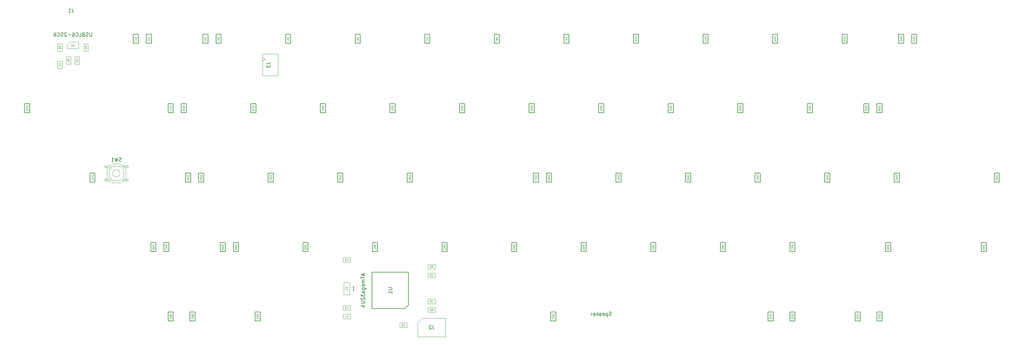
<source format=gbr>
G04 #@! TF.GenerationSoftware,KiCad,Pcbnew,(5.99.0-9972-g9020611657)*
G04 #@! TF.CreationDate,2021-03-30T08:21:05+08:00*
G04 #@! TF.ProjectId,plain60-c,706c6169-6e36-4302-9d63-2e6b69636164,rev?*
G04 #@! TF.SameCoordinates,Original*
G04 #@! TF.FileFunction,AssemblyDrawing,Bot*
%FSLAX46Y46*%
G04 Gerber Fmt 4.6, Leading zero omitted, Abs format (unit mm)*
G04 Created by KiCad (PCBNEW (5.99.0-9972-g9020611657)) date 2021-03-30 08:21:05*
%MOMM*%
%LPD*%
G01*
G04 APERTURE LIST*
%ADD10C,0.125000*%
%ADD11C,0.150000*%
%ADD12C,0.030000*%
%ADD13C,0.080000*%
%ADD14C,0.075000*%
%ADD15C,0.100000*%
G04 APERTURE END LIST*
D10*
X240137329Y-86308555D02*
X239637329Y-86308555D01*
X239637329Y-86427602D01*
X239661139Y-86499031D01*
X239708758Y-86546650D01*
X239756377Y-86570459D01*
X239851615Y-86594269D01*
X239923043Y-86594269D01*
X240018281Y-86570459D01*
X240065900Y-86546650D01*
X240113519Y-86499031D01*
X240137329Y-86427602D01*
X240137329Y-86308555D01*
X239637329Y-86760936D02*
X239637329Y-87094269D01*
X240137329Y-86879983D01*
X239637329Y-87237126D02*
X239637329Y-87546650D01*
X239827805Y-87379983D01*
X239827805Y-87451412D01*
X239851615Y-87499031D01*
X239875424Y-87522840D01*
X239923043Y-87546650D01*
X240042091Y-87546650D01*
X240089710Y-87522840D01*
X240113519Y-87499031D01*
X240137329Y-87451412D01*
X240137329Y-87308555D01*
X240113519Y-87260936D01*
X240089710Y-87237126D01*
X216324809Y-86308555D02*
X215824809Y-86308555D01*
X215824809Y-86427602D01*
X215848619Y-86499031D01*
X215896238Y-86546650D01*
X215943857Y-86570459D01*
X216039095Y-86594269D01*
X216110523Y-86594269D01*
X216205761Y-86570459D01*
X216253380Y-86546650D01*
X216300999Y-86499031D01*
X216324809Y-86427602D01*
X216324809Y-86308555D01*
X215824809Y-86760936D02*
X215824809Y-87094269D01*
X216324809Y-86879983D01*
X215872428Y-87260936D02*
X215848619Y-87284745D01*
X215824809Y-87332364D01*
X215824809Y-87451412D01*
X215848619Y-87499031D01*
X215872428Y-87522840D01*
X215920047Y-87546650D01*
X215967666Y-87546650D01*
X216039095Y-87522840D01*
X216324809Y-87237126D01*
X216324809Y-87546650D01*
X210371679Y-86308555D02*
X209871679Y-86308555D01*
X209871679Y-86427602D01*
X209895489Y-86499031D01*
X209943108Y-86546650D01*
X209990727Y-86570459D01*
X210085965Y-86594269D01*
X210157393Y-86594269D01*
X210252631Y-86570459D01*
X210300250Y-86546650D01*
X210347869Y-86499031D01*
X210371679Y-86427602D01*
X210371679Y-86308555D01*
X209871679Y-86760936D02*
X209871679Y-87094269D01*
X210371679Y-86879983D01*
X210371679Y-87546650D02*
X210371679Y-87260936D01*
X210371679Y-87403793D02*
X209871679Y-87403793D01*
X209943108Y-87356174D01*
X209990727Y-87308555D01*
X210014536Y-87260936D01*
X150840379Y-86308555D02*
X150340379Y-86308555D01*
X150340379Y-86427602D01*
X150364189Y-86499031D01*
X150411808Y-86546650D01*
X150459427Y-86570459D01*
X150554665Y-86594269D01*
X150626093Y-86594269D01*
X150721331Y-86570459D01*
X150768950Y-86546650D01*
X150816569Y-86499031D01*
X150840379Y-86427602D01*
X150840379Y-86308555D01*
X150340379Y-87022840D02*
X150340379Y-86927602D01*
X150364189Y-86879983D01*
X150387998Y-86856174D01*
X150459427Y-86808555D01*
X150554665Y-86784745D01*
X150745141Y-86784745D01*
X150792760Y-86808555D01*
X150816569Y-86832364D01*
X150840379Y-86879983D01*
X150840379Y-86975221D01*
X150816569Y-87022840D01*
X150792760Y-87046650D01*
X150745141Y-87070459D01*
X150626093Y-87070459D01*
X150578474Y-87046650D01*
X150554665Y-87022840D01*
X150530855Y-86975221D01*
X150530855Y-86879983D01*
X150554665Y-86832364D01*
X150578474Y-86808555D01*
X150626093Y-86784745D01*
X150340379Y-87237126D02*
X150340379Y-87570459D01*
X150840379Y-87356174D01*
X69877811Y-86308555D02*
X69377811Y-86308555D01*
X69377811Y-86427602D01*
X69401621Y-86499031D01*
X69449240Y-86546650D01*
X69496859Y-86570459D01*
X69592097Y-86594269D01*
X69663525Y-86594269D01*
X69758763Y-86570459D01*
X69806382Y-86546650D01*
X69854001Y-86499031D01*
X69877811Y-86427602D01*
X69877811Y-86308555D01*
X69377811Y-87022840D02*
X69377811Y-86927602D01*
X69401621Y-86879983D01*
X69425430Y-86856174D01*
X69496859Y-86808555D01*
X69592097Y-86784745D01*
X69782573Y-86784745D01*
X69830192Y-86808555D01*
X69854001Y-86832364D01*
X69877811Y-86879983D01*
X69877811Y-86975221D01*
X69854001Y-87022840D01*
X69830192Y-87046650D01*
X69782573Y-87070459D01*
X69663525Y-87070459D01*
X69615906Y-87046650D01*
X69592097Y-87022840D01*
X69568287Y-86975221D01*
X69568287Y-86879983D01*
X69592097Y-86832364D01*
X69615906Y-86808555D01*
X69663525Y-86784745D01*
X69377811Y-87237126D02*
X69377811Y-87546650D01*
X69568287Y-87379983D01*
X69568287Y-87451412D01*
X69592097Y-87499031D01*
X69615906Y-87522840D01*
X69663525Y-87546650D01*
X69782573Y-87546650D01*
X69830192Y-87522840D01*
X69854001Y-87499031D01*
X69877811Y-87451412D01*
X69877811Y-87308555D01*
X69854001Y-87260936D01*
X69830192Y-87237126D01*
X268712353Y-67258539D02*
X268212353Y-67258539D01*
X268212353Y-67377586D01*
X268236163Y-67449015D01*
X268283782Y-67496634D01*
X268331401Y-67520443D01*
X268426639Y-67544253D01*
X268498067Y-67544253D01*
X268593305Y-67520443D01*
X268640924Y-67496634D01*
X268688543Y-67449015D01*
X268712353Y-67377586D01*
X268712353Y-67258539D01*
X268212353Y-67996634D02*
X268212353Y-67758539D01*
X268450448Y-67734729D01*
X268426639Y-67758539D01*
X268402829Y-67806158D01*
X268402829Y-67925205D01*
X268426639Y-67972824D01*
X268450448Y-67996634D01*
X268498067Y-68020443D01*
X268617115Y-68020443D01*
X268664734Y-67996634D01*
X268688543Y-67972824D01*
X268712353Y-67925205D01*
X268712353Y-67806158D01*
X268688543Y-67758539D01*
X268664734Y-67734729D01*
X268712353Y-68258539D02*
X268712353Y-68353777D01*
X268688543Y-68401396D01*
X268664734Y-68425205D01*
X268593305Y-68472824D01*
X268498067Y-68496634D01*
X268307591Y-68496634D01*
X268259972Y-68472824D01*
X268236163Y-68449015D01*
X268212353Y-68401396D01*
X268212353Y-68306158D01*
X268236163Y-68258539D01*
X268259972Y-68234729D01*
X268307591Y-68210920D01*
X268426639Y-68210920D01*
X268474258Y-68234729D01*
X268498067Y-68258539D01*
X268521877Y-68306158D01*
X268521877Y-68401396D01*
X268498067Y-68449015D01*
X268474258Y-68472824D01*
X268426639Y-68496634D01*
X242518581Y-67258539D02*
X242018581Y-67258539D01*
X242018581Y-67377586D01*
X242042391Y-67449015D01*
X242090010Y-67496634D01*
X242137629Y-67520443D01*
X242232867Y-67544253D01*
X242304295Y-67544253D01*
X242399533Y-67520443D01*
X242447152Y-67496634D01*
X242494771Y-67449015D01*
X242518581Y-67377586D01*
X242518581Y-67258539D01*
X242018581Y-67996634D02*
X242018581Y-67758539D01*
X242256676Y-67734729D01*
X242232867Y-67758539D01*
X242209057Y-67806158D01*
X242209057Y-67925205D01*
X242232867Y-67972824D01*
X242256676Y-67996634D01*
X242304295Y-68020443D01*
X242423343Y-68020443D01*
X242470962Y-67996634D01*
X242494771Y-67972824D01*
X242518581Y-67925205D01*
X242518581Y-67806158D01*
X242494771Y-67758539D01*
X242470962Y-67734729D01*
X242232867Y-68306158D02*
X242209057Y-68258539D01*
X242185248Y-68234729D01*
X242137629Y-68210920D01*
X242113819Y-68210920D01*
X242066200Y-68234729D01*
X242042391Y-68258539D01*
X242018581Y-68306158D01*
X242018581Y-68401396D01*
X242042391Y-68449015D01*
X242066200Y-68472824D01*
X242113819Y-68496634D01*
X242137629Y-68496634D01*
X242185248Y-68472824D01*
X242209057Y-68449015D01*
X242232867Y-68401396D01*
X242232867Y-68306158D01*
X242256676Y-68258539D01*
X242280486Y-68234729D01*
X242328105Y-68210920D01*
X242423343Y-68210920D01*
X242470962Y-68234729D01*
X242494771Y-68258539D01*
X242518581Y-68306158D01*
X242518581Y-68401396D01*
X242494771Y-68449015D01*
X242470962Y-68472824D01*
X242423343Y-68496634D01*
X242328105Y-68496634D01*
X242280486Y-68472824D01*
X242256676Y-68449015D01*
X242232867Y-68401396D01*
X216324809Y-67258539D02*
X215824809Y-67258539D01*
X215824809Y-67377586D01*
X215848619Y-67449015D01*
X215896238Y-67496634D01*
X215943857Y-67520443D01*
X216039095Y-67544253D01*
X216110523Y-67544253D01*
X216205761Y-67520443D01*
X216253380Y-67496634D01*
X216300999Y-67449015D01*
X216324809Y-67377586D01*
X216324809Y-67258539D01*
X215824809Y-67996634D02*
X215824809Y-67758539D01*
X216062904Y-67734729D01*
X216039095Y-67758539D01*
X216015285Y-67806158D01*
X216015285Y-67925205D01*
X216039095Y-67972824D01*
X216062904Y-67996634D01*
X216110523Y-68020443D01*
X216229571Y-68020443D01*
X216277190Y-67996634D01*
X216300999Y-67972824D01*
X216324809Y-67925205D01*
X216324809Y-67806158D01*
X216300999Y-67758539D01*
X216277190Y-67734729D01*
X215824809Y-68187110D02*
X215824809Y-68520443D01*
X216324809Y-68306158D01*
X197274793Y-67258539D02*
X196774793Y-67258539D01*
X196774793Y-67377586D01*
X196798603Y-67449015D01*
X196846222Y-67496634D01*
X196893841Y-67520443D01*
X196989079Y-67544253D01*
X197060507Y-67544253D01*
X197155745Y-67520443D01*
X197203364Y-67496634D01*
X197250983Y-67449015D01*
X197274793Y-67377586D01*
X197274793Y-67258539D01*
X196774793Y-67996634D02*
X196774793Y-67758539D01*
X197012888Y-67734729D01*
X196989079Y-67758539D01*
X196965269Y-67806158D01*
X196965269Y-67925205D01*
X196989079Y-67972824D01*
X197012888Y-67996634D01*
X197060507Y-68020443D01*
X197179555Y-68020443D01*
X197227174Y-67996634D01*
X197250983Y-67972824D01*
X197274793Y-67925205D01*
X197274793Y-67806158D01*
X197250983Y-67758539D01*
X197227174Y-67734729D01*
X196774793Y-68449015D02*
X196774793Y-68353777D01*
X196798603Y-68306158D01*
X196822412Y-68282348D01*
X196893841Y-68234729D01*
X196989079Y-68210920D01*
X197179555Y-68210920D01*
X197227174Y-68234729D01*
X197250983Y-68258539D01*
X197274793Y-68306158D01*
X197274793Y-68401396D01*
X197250983Y-68449015D01*
X197227174Y-68472824D01*
X197179555Y-68496634D01*
X197060507Y-68496634D01*
X197012888Y-68472824D01*
X196989079Y-68449015D01*
X196965269Y-68401396D01*
X196965269Y-68306158D01*
X196989079Y-68258539D01*
X197012888Y-68234729D01*
X197060507Y-68210920D01*
X140124745Y-67258539D02*
X139624745Y-67258539D01*
X139624745Y-67377586D01*
X139648555Y-67449015D01*
X139696174Y-67496634D01*
X139743793Y-67520443D01*
X139839031Y-67544253D01*
X139910459Y-67544253D01*
X140005697Y-67520443D01*
X140053316Y-67496634D01*
X140100935Y-67449015D01*
X140124745Y-67377586D01*
X140124745Y-67258539D01*
X139624745Y-67996634D02*
X139624745Y-67758539D01*
X139862840Y-67734729D01*
X139839031Y-67758539D01*
X139815221Y-67806158D01*
X139815221Y-67925205D01*
X139839031Y-67972824D01*
X139862840Y-67996634D01*
X139910459Y-68020443D01*
X140029507Y-68020443D01*
X140077126Y-67996634D01*
X140100935Y-67972824D01*
X140124745Y-67925205D01*
X140124745Y-67806158D01*
X140100935Y-67758539D01*
X140077126Y-67734729D01*
X139624745Y-68187110D02*
X139624745Y-68496634D01*
X139815221Y-68329967D01*
X139815221Y-68401396D01*
X139839031Y-68449015D01*
X139862840Y-68472824D01*
X139910459Y-68496634D01*
X140029507Y-68496634D01*
X140077126Y-68472824D01*
X140100935Y-68449015D01*
X140124745Y-68401396D01*
X140124745Y-68258539D01*
X140100935Y-68210920D01*
X140077126Y-68187110D01*
X102024713Y-67258539D02*
X101524713Y-67258539D01*
X101524713Y-67377586D01*
X101548523Y-67449015D01*
X101596142Y-67496634D01*
X101643761Y-67520443D01*
X101738999Y-67544253D01*
X101810427Y-67544253D01*
X101905665Y-67520443D01*
X101953284Y-67496634D01*
X102000903Y-67449015D01*
X102024713Y-67377586D01*
X102024713Y-67258539D01*
X101524713Y-67996634D02*
X101524713Y-67758539D01*
X101762808Y-67734729D01*
X101738999Y-67758539D01*
X101715189Y-67806158D01*
X101715189Y-67925205D01*
X101738999Y-67972824D01*
X101762808Y-67996634D01*
X101810427Y-68020443D01*
X101929475Y-68020443D01*
X101977094Y-67996634D01*
X102000903Y-67972824D01*
X102024713Y-67925205D01*
X102024713Y-67806158D01*
X102000903Y-67758539D01*
X101977094Y-67734729D01*
X102024713Y-68496634D02*
X102024713Y-68210920D01*
X102024713Y-68353777D02*
X101524713Y-68353777D01*
X101596142Y-68306158D01*
X101643761Y-68258539D01*
X101667570Y-68210920D01*
X82974697Y-67258539D02*
X82474697Y-67258539D01*
X82474697Y-67377586D01*
X82498507Y-67449015D01*
X82546126Y-67496634D01*
X82593745Y-67520443D01*
X82688983Y-67544253D01*
X82760411Y-67544253D01*
X82855649Y-67520443D01*
X82903268Y-67496634D01*
X82950887Y-67449015D01*
X82974697Y-67377586D01*
X82974697Y-67258539D01*
X82474697Y-67996634D02*
X82474697Y-67758539D01*
X82712792Y-67734729D01*
X82688983Y-67758539D01*
X82665173Y-67806158D01*
X82665173Y-67925205D01*
X82688983Y-67972824D01*
X82712792Y-67996634D01*
X82760411Y-68020443D01*
X82879459Y-68020443D01*
X82927078Y-67996634D01*
X82950887Y-67972824D01*
X82974697Y-67925205D01*
X82974697Y-67806158D01*
X82950887Y-67758539D01*
X82927078Y-67734729D01*
X82474697Y-68329967D02*
X82474697Y-68377586D01*
X82498507Y-68425205D01*
X82522316Y-68449015D01*
X82569935Y-68472824D01*
X82665173Y-68496634D01*
X82784221Y-68496634D01*
X82879459Y-68472824D01*
X82927078Y-68449015D01*
X82950887Y-68425205D01*
X82974697Y-68377586D01*
X82974697Y-68329967D01*
X82950887Y-68282348D01*
X82927078Y-68258539D01*
X82879459Y-68234729D01*
X82784221Y-68210920D01*
X82665173Y-68210920D01*
X82569935Y-68234729D01*
X82522316Y-68258539D01*
X82498507Y-68282348D01*
X82474697Y-68329967D01*
X221087313Y-29158507D02*
X220587313Y-29158507D01*
X220587313Y-29277554D01*
X220611123Y-29348983D01*
X220658742Y-29396602D01*
X220706361Y-29420411D01*
X220801599Y-29444221D01*
X220873027Y-29444221D01*
X220968265Y-29420411D01*
X221015884Y-29396602D01*
X221063503Y-29348983D01*
X221087313Y-29277554D01*
X221087313Y-29158507D01*
X220634932Y-29634697D02*
X220611123Y-29658507D01*
X220587313Y-29706126D01*
X220587313Y-29825173D01*
X220611123Y-29872792D01*
X220634932Y-29896602D01*
X220682551Y-29920411D01*
X220730170Y-29920411D01*
X220801599Y-29896602D01*
X221087313Y-29610888D01*
X221087313Y-29920411D01*
X220587313Y-30087078D02*
X220587313Y-30420411D01*
X221087313Y-30206126D01*
X225849817Y-48208523D02*
X225349817Y-48208523D01*
X225349817Y-48327570D01*
X225373627Y-48398999D01*
X225421246Y-48446618D01*
X225468865Y-48470427D01*
X225564103Y-48494237D01*
X225635531Y-48494237D01*
X225730769Y-48470427D01*
X225778388Y-48446618D01*
X225826007Y-48398999D01*
X225849817Y-48327570D01*
X225849817Y-48208523D01*
X225516484Y-48922808D02*
X225849817Y-48922808D01*
X225326007Y-48803761D02*
X225683150Y-48684713D01*
X225683150Y-48994237D01*
X225397436Y-49160904D02*
X225373627Y-49184713D01*
X225349817Y-49232332D01*
X225349817Y-49351380D01*
X225373627Y-49398999D01*
X225397436Y-49422808D01*
X225445055Y-49446618D01*
X225492674Y-49446618D01*
X225564103Y-49422808D01*
X225849817Y-49137094D01*
X225849817Y-49446618D01*
X49637169Y-29158507D02*
X49137169Y-29158507D01*
X49137169Y-29277554D01*
X49160979Y-29348983D01*
X49208598Y-29396602D01*
X49256217Y-29420411D01*
X49351455Y-29444221D01*
X49422883Y-29444221D01*
X49518121Y-29420411D01*
X49565740Y-29396602D01*
X49613359Y-29348983D01*
X49637169Y-29277554D01*
X49637169Y-29158507D01*
X49637169Y-29920411D02*
X49637169Y-29634697D01*
X49637169Y-29777554D02*
X49137169Y-29777554D01*
X49208598Y-29729935D01*
X49256217Y-29682316D01*
X49280026Y-29634697D01*
X49351455Y-30206126D02*
X49327645Y-30158507D01*
X49303836Y-30134697D01*
X49256217Y-30110888D01*
X49232407Y-30110888D01*
X49184788Y-30134697D01*
X49160979Y-30158507D01*
X49137169Y-30206126D01*
X49137169Y-30301364D01*
X49160979Y-30348983D01*
X49184788Y-30372792D01*
X49232407Y-30396602D01*
X49256217Y-30396602D01*
X49303836Y-30372792D01*
X49327645Y-30348983D01*
X49351455Y-30301364D01*
X49351455Y-30206126D01*
X49375264Y-30158507D01*
X49399074Y-30134697D01*
X49446693Y-30110888D01*
X49541931Y-30110888D01*
X49589550Y-30134697D01*
X49613359Y-30158507D01*
X49637169Y-30206126D01*
X49637169Y-30301364D01*
X49613359Y-30348983D01*
X49589550Y-30372792D01*
X49541931Y-30396602D01*
X49446693Y-30396602D01*
X49399074Y-30372792D01*
X49375264Y-30348983D01*
X49351455Y-30301364D01*
X182987281Y-29158507D02*
X182487281Y-29158507D01*
X182487281Y-29277554D01*
X182511091Y-29348983D01*
X182558710Y-29396602D01*
X182606329Y-29420411D01*
X182701567Y-29444221D01*
X182772995Y-29444221D01*
X182868233Y-29420411D01*
X182915852Y-29396602D01*
X182963471Y-29348983D01*
X182987281Y-29277554D01*
X182987281Y-29158507D01*
X182534900Y-29634697D02*
X182511091Y-29658507D01*
X182487281Y-29706126D01*
X182487281Y-29825173D01*
X182511091Y-29872792D01*
X182534900Y-29896602D01*
X182582519Y-29920411D01*
X182630138Y-29920411D01*
X182701567Y-29896602D01*
X182987281Y-29610888D01*
X182987281Y-29920411D01*
X182487281Y-30372792D02*
X182487281Y-30134697D01*
X182725376Y-30110888D01*
X182701567Y-30134697D01*
X182677757Y-30182316D01*
X182677757Y-30301364D01*
X182701567Y-30348983D01*
X182725376Y-30372792D01*
X182772995Y-30396602D01*
X182892043Y-30396602D01*
X182939662Y-30372792D01*
X182963471Y-30348983D01*
X182987281Y-30301364D01*
X182987281Y-30182316D01*
X182963471Y-30134697D01*
X182939662Y-30110888D01*
X206799801Y-48208523D02*
X206299801Y-48208523D01*
X206299801Y-48327570D01*
X206323611Y-48398999D01*
X206371230Y-48446618D01*
X206418849Y-48470427D01*
X206514087Y-48494237D01*
X206585515Y-48494237D01*
X206680753Y-48470427D01*
X206728372Y-48446618D01*
X206775991Y-48398999D01*
X206799801Y-48327570D01*
X206799801Y-48208523D01*
X206466468Y-48922808D02*
X206799801Y-48922808D01*
X206275991Y-48803761D02*
X206633134Y-48684713D01*
X206633134Y-48994237D01*
X206799801Y-49446618D02*
X206799801Y-49160904D01*
X206799801Y-49303761D02*
X206299801Y-49303761D01*
X206371230Y-49256142D01*
X206418849Y-49208523D01*
X206442658Y-49160904D01*
X111549721Y-48208523D02*
X111049721Y-48208523D01*
X111049721Y-48327570D01*
X111073531Y-48398999D01*
X111121150Y-48446618D01*
X111168769Y-48470427D01*
X111264007Y-48494237D01*
X111335435Y-48494237D01*
X111430673Y-48470427D01*
X111478292Y-48446618D01*
X111525911Y-48398999D01*
X111549721Y-48327570D01*
X111549721Y-48208523D01*
X111049721Y-48660904D02*
X111049721Y-48970427D01*
X111240197Y-48803761D01*
X111240197Y-48875189D01*
X111264007Y-48922808D01*
X111287816Y-48946618D01*
X111335435Y-48970427D01*
X111454483Y-48970427D01*
X111502102Y-48946618D01*
X111525911Y-48922808D01*
X111549721Y-48875189D01*
X111549721Y-48732332D01*
X111525911Y-48684713D01*
X111502102Y-48660904D01*
X111049721Y-49398999D02*
X111049721Y-49303761D01*
X111073531Y-49256142D01*
X111097340Y-49232332D01*
X111168769Y-49184713D01*
X111264007Y-49160904D01*
X111454483Y-49160904D01*
X111502102Y-49184713D01*
X111525911Y-49208523D01*
X111549721Y-49256142D01*
X111549721Y-49351380D01*
X111525911Y-49398999D01*
X111502102Y-49422808D01*
X111454483Y-49446618D01*
X111335435Y-49446618D01*
X111287816Y-49422808D01*
X111264007Y-49398999D01*
X111240197Y-49351380D01*
X111240197Y-49256142D01*
X111264007Y-49208523D01*
X111287816Y-49184713D01*
X111335435Y-49160904D01*
X24634023Y-48208523D02*
X24134023Y-48208523D01*
X24134023Y-48327570D01*
X24157833Y-48398999D01*
X24205452Y-48446618D01*
X24253071Y-48470427D01*
X24348309Y-48494237D01*
X24419737Y-48494237D01*
X24514975Y-48470427D01*
X24562594Y-48446618D01*
X24610213Y-48398999D01*
X24634023Y-48327570D01*
X24634023Y-48208523D01*
X24134023Y-48660904D02*
X24134023Y-48970427D01*
X24324499Y-48803761D01*
X24324499Y-48875189D01*
X24348309Y-48922808D01*
X24372118Y-48946618D01*
X24419737Y-48970427D01*
X24538785Y-48970427D01*
X24586404Y-48946618D01*
X24610213Y-48922808D01*
X24634023Y-48875189D01*
X24634023Y-48732332D01*
X24610213Y-48684713D01*
X24586404Y-48660904D01*
X24634023Y-49446618D02*
X24634023Y-49160904D01*
X24634023Y-49303761D02*
X24134023Y-49303761D01*
X24205452Y-49256142D01*
X24253071Y-49208523D01*
X24276880Y-49160904D01*
X187749785Y-48208523D02*
X187249785Y-48208523D01*
X187249785Y-48327570D01*
X187273595Y-48398999D01*
X187321214Y-48446618D01*
X187368833Y-48470427D01*
X187464071Y-48494237D01*
X187535499Y-48494237D01*
X187630737Y-48470427D01*
X187678356Y-48446618D01*
X187725975Y-48398999D01*
X187749785Y-48327570D01*
X187749785Y-48208523D01*
X187416452Y-48922808D02*
X187749785Y-48922808D01*
X187225975Y-48803761D02*
X187583118Y-48684713D01*
X187583118Y-48994237D01*
X187249785Y-49279951D02*
X187249785Y-49327570D01*
X187273595Y-49375189D01*
X187297404Y-49398999D01*
X187345023Y-49422808D01*
X187440261Y-49446618D01*
X187559309Y-49446618D01*
X187654547Y-49422808D01*
X187702166Y-49398999D01*
X187725975Y-49375189D01*
X187749785Y-49327570D01*
X187749785Y-49279951D01*
X187725975Y-49232332D01*
X187702166Y-49208523D01*
X187654547Y-49184713D01*
X187559309Y-49160904D01*
X187440261Y-49160904D01*
X187345023Y-49184713D01*
X187297404Y-49208523D01*
X187273595Y-49232332D01*
X187249785Y-49279951D01*
X146077875Y-48208523D02*
X145577875Y-48208523D01*
X145577875Y-48327570D01*
X145601685Y-48398999D01*
X145649304Y-48446618D01*
X145696923Y-48470427D01*
X145792161Y-48494237D01*
X145863589Y-48494237D01*
X145958827Y-48470427D01*
X146006446Y-48446618D01*
X146054065Y-48398999D01*
X146077875Y-48327570D01*
X146077875Y-48208523D01*
X145577875Y-48660904D02*
X145577875Y-48970427D01*
X145768351Y-48803761D01*
X145768351Y-48875189D01*
X145792161Y-48922808D01*
X145815970Y-48946618D01*
X145863589Y-48970427D01*
X145982637Y-48970427D01*
X146030256Y-48946618D01*
X146054065Y-48922808D01*
X146077875Y-48875189D01*
X146077875Y-48732332D01*
X146054065Y-48684713D01*
X146030256Y-48660904D01*
X145577875Y-49137094D02*
X145577875Y-49470427D01*
X146077875Y-49256142D01*
X50827795Y-48208523D02*
X50327795Y-48208523D01*
X50327795Y-48327570D01*
X50351605Y-48398999D01*
X50399224Y-48446618D01*
X50446843Y-48470427D01*
X50542081Y-48494237D01*
X50613509Y-48494237D01*
X50708747Y-48470427D01*
X50756366Y-48446618D01*
X50803985Y-48398999D01*
X50827795Y-48327570D01*
X50827795Y-48208523D01*
X50327795Y-48660904D02*
X50327795Y-48970427D01*
X50518271Y-48803761D01*
X50518271Y-48875189D01*
X50542081Y-48922808D01*
X50565890Y-48946618D01*
X50613509Y-48970427D01*
X50732557Y-48970427D01*
X50780176Y-48946618D01*
X50803985Y-48922808D01*
X50827795Y-48875189D01*
X50827795Y-48732332D01*
X50803985Y-48684713D01*
X50780176Y-48660904D01*
X50375414Y-49160904D02*
X50351605Y-49184713D01*
X50327795Y-49232332D01*
X50327795Y-49351380D01*
X50351605Y-49398999D01*
X50375414Y-49422808D01*
X50423033Y-49446618D01*
X50470652Y-49446618D01*
X50542081Y-49422808D01*
X50827795Y-49137094D01*
X50827795Y-49446618D01*
X73449689Y-48208523D02*
X72949689Y-48208523D01*
X72949689Y-48327570D01*
X72973499Y-48398999D01*
X73021118Y-48446618D01*
X73068737Y-48470427D01*
X73163975Y-48494237D01*
X73235403Y-48494237D01*
X73330641Y-48470427D01*
X73378260Y-48446618D01*
X73425879Y-48398999D01*
X73449689Y-48327570D01*
X73449689Y-48208523D01*
X72949689Y-48660904D02*
X72949689Y-48970427D01*
X73140165Y-48803761D01*
X73140165Y-48875189D01*
X73163975Y-48922808D01*
X73187784Y-48946618D01*
X73235403Y-48970427D01*
X73354451Y-48970427D01*
X73402070Y-48946618D01*
X73425879Y-48922808D01*
X73449689Y-48875189D01*
X73449689Y-48732332D01*
X73425879Y-48684713D01*
X73402070Y-48660904D01*
X73116356Y-49398999D02*
X73449689Y-49398999D01*
X72925879Y-49279951D02*
X73283022Y-49160904D01*
X73283022Y-49470427D01*
X106787217Y-29158507D02*
X106287217Y-29158507D01*
X106287217Y-29277554D01*
X106311027Y-29348983D01*
X106358646Y-29396602D01*
X106406265Y-29420411D01*
X106501503Y-29444221D01*
X106572931Y-29444221D01*
X106668169Y-29420411D01*
X106715788Y-29396602D01*
X106763407Y-29348983D01*
X106787217Y-29277554D01*
X106787217Y-29158507D01*
X106334836Y-29634697D02*
X106311027Y-29658507D01*
X106287217Y-29706126D01*
X106287217Y-29825173D01*
X106311027Y-29872792D01*
X106334836Y-29896602D01*
X106382455Y-29920411D01*
X106430074Y-29920411D01*
X106501503Y-29896602D01*
X106787217Y-29610888D01*
X106787217Y-29920411D01*
X106787217Y-30396602D02*
X106787217Y-30110888D01*
X106787217Y-30253745D02*
X106287217Y-30253745D01*
X106358646Y-30206126D01*
X106406265Y-30158507D01*
X106430074Y-30110888D01*
X202037297Y-29158507D02*
X201537297Y-29158507D01*
X201537297Y-29277554D01*
X201561107Y-29348983D01*
X201608726Y-29396602D01*
X201656345Y-29420411D01*
X201751583Y-29444221D01*
X201823011Y-29444221D01*
X201918249Y-29420411D01*
X201965868Y-29396602D01*
X202013487Y-29348983D01*
X202037297Y-29277554D01*
X202037297Y-29158507D01*
X201584916Y-29634697D02*
X201561107Y-29658507D01*
X201537297Y-29706126D01*
X201537297Y-29825173D01*
X201561107Y-29872792D01*
X201584916Y-29896602D01*
X201632535Y-29920411D01*
X201680154Y-29920411D01*
X201751583Y-29896602D01*
X202037297Y-29610888D01*
X202037297Y-29920411D01*
X201537297Y-30348983D02*
X201537297Y-30253745D01*
X201561107Y-30206126D01*
X201584916Y-30182316D01*
X201656345Y-30134697D01*
X201751583Y-30110888D01*
X201942059Y-30110888D01*
X201989678Y-30134697D01*
X202013487Y-30158507D01*
X202037297Y-30206126D01*
X202037297Y-30301364D01*
X202013487Y-30348983D01*
X201989678Y-30372792D01*
X201942059Y-30396602D01*
X201823011Y-30396602D01*
X201775392Y-30372792D01*
X201751583Y-30348983D01*
X201727773Y-30301364D01*
X201727773Y-30206126D01*
X201751583Y-30158507D01*
X201775392Y-30134697D01*
X201823011Y-30110888D01*
X125837233Y-29158507D02*
X125337233Y-29158507D01*
X125337233Y-29277554D01*
X125361043Y-29348983D01*
X125408662Y-29396602D01*
X125456281Y-29420411D01*
X125551519Y-29444221D01*
X125622947Y-29444221D01*
X125718185Y-29420411D01*
X125765804Y-29396602D01*
X125813423Y-29348983D01*
X125837233Y-29277554D01*
X125837233Y-29158507D01*
X125384852Y-29634697D02*
X125361043Y-29658507D01*
X125337233Y-29706126D01*
X125337233Y-29825173D01*
X125361043Y-29872792D01*
X125384852Y-29896602D01*
X125432471Y-29920411D01*
X125480090Y-29920411D01*
X125551519Y-29896602D01*
X125837233Y-29610888D01*
X125837233Y-29920411D01*
X125384852Y-30110888D02*
X125361043Y-30134697D01*
X125337233Y-30182316D01*
X125337233Y-30301364D01*
X125361043Y-30348983D01*
X125384852Y-30372792D01*
X125432471Y-30396602D01*
X125480090Y-30396602D01*
X125551519Y-30372792D01*
X125837233Y-30087078D01*
X125837233Y-30396602D01*
X163937265Y-29158507D02*
X163437265Y-29158507D01*
X163437265Y-29277554D01*
X163461075Y-29348983D01*
X163508694Y-29396602D01*
X163556313Y-29420411D01*
X163651551Y-29444221D01*
X163722979Y-29444221D01*
X163818217Y-29420411D01*
X163865836Y-29396602D01*
X163913455Y-29348983D01*
X163937265Y-29277554D01*
X163937265Y-29158507D01*
X163484884Y-29634697D02*
X163461075Y-29658507D01*
X163437265Y-29706126D01*
X163437265Y-29825173D01*
X163461075Y-29872792D01*
X163484884Y-29896602D01*
X163532503Y-29920411D01*
X163580122Y-29920411D01*
X163651551Y-29896602D01*
X163937265Y-29610888D01*
X163937265Y-29920411D01*
X163603932Y-30348983D02*
X163937265Y-30348983D01*
X163413455Y-30229935D02*
X163770598Y-30110888D01*
X163770598Y-30420411D01*
X244899833Y-48208523D02*
X244399833Y-48208523D01*
X244399833Y-48327570D01*
X244423643Y-48398999D01*
X244471262Y-48446618D01*
X244518881Y-48470427D01*
X244614119Y-48494237D01*
X244685547Y-48494237D01*
X244780785Y-48470427D01*
X244828404Y-48446618D01*
X244876023Y-48398999D01*
X244899833Y-48327570D01*
X244899833Y-48208523D01*
X244566500Y-48922808D02*
X244899833Y-48922808D01*
X244376023Y-48803761D02*
X244733166Y-48684713D01*
X244733166Y-48994237D01*
X244399833Y-49137094D02*
X244399833Y-49446618D01*
X244590309Y-49279951D01*
X244590309Y-49351380D01*
X244614119Y-49398999D01*
X244637928Y-49422808D01*
X244685547Y-49446618D01*
X244804595Y-49446618D01*
X244852214Y-49422808D01*
X244876023Y-49398999D01*
X244899833Y-49351380D01*
X244899833Y-49208523D01*
X244876023Y-49160904D01*
X244852214Y-49137094D01*
X149649753Y-48208523D02*
X149149753Y-48208523D01*
X149149753Y-48327570D01*
X149173563Y-48398999D01*
X149221182Y-48446618D01*
X149268801Y-48470427D01*
X149364039Y-48494237D01*
X149435467Y-48494237D01*
X149530705Y-48470427D01*
X149578324Y-48446618D01*
X149625943Y-48398999D01*
X149649753Y-48327570D01*
X149649753Y-48208523D01*
X149149753Y-48660904D02*
X149149753Y-48970427D01*
X149340229Y-48803761D01*
X149340229Y-48875189D01*
X149364039Y-48922808D01*
X149387848Y-48946618D01*
X149435467Y-48970427D01*
X149554515Y-48970427D01*
X149602134Y-48946618D01*
X149625943Y-48922808D01*
X149649753Y-48875189D01*
X149649753Y-48732332D01*
X149625943Y-48684713D01*
X149602134Y-48660904D01*
X149364039Y-49256142D02*
X149340229Y-49208523D01*
X149316420Y-49184713D01*
X149268801Y-49160904D01*
X149244991Y-49160904D01*
X149197372Y-49184713D01*
X149173563Y-49208523D01*
X149149753Y-49256142D01*
X149149753Y-49351380D01*
X149173563Y-49398999D01*
X149197372Y-49422808D01*
X149244991Y-49446618D01*
X149268801Y-49446618D01*
X149316420Y-49422808D01*
X149340229Y-49398999D01*
X149364039Y-49351380D01*
X149364039Y-49256142D01*
X149387848Y-49208523D01*
X149411658Y-49184713D01*
X149459277Y-49160904D01*
X149554515Y-49160904D01*
X149602134Y-49184713D01*
X149625943Y-49208523D01*
X149649753Y-49256142D01*
X149649753Y-49351380D01*
X149625943Y-49398999D01*
X149602134Y-49422808D01*
X149554515Y-49446618D01*
X149459277Y-49446618D01*
X149411658Y-49422808D01*
X149387848Y-49398999D01*
X149364039Y-49351380D01*
X92499705Y-48208523D02*
X91999705Y-48208523D01*
X91999705Y-48327570D01*
X92023515Y-48398999D01*
X92071134Y-48446618D01*
X92118753Y-48470427D01*
X92213991Y-48494237D01*
X92285419Y-48494237D01*
X92380657Y-48470427D01*
X92428276Y-48446618D01*
X92475895Y-48398999D01*
X92499705Y-48327570D01*
X92499705Y-48208523D01*
X91999705Y-48660904D02*
X91999705Y-48970427D01*
X92190181Y-48803761D01*
X92190181Y-48875189D01*
X92213991Y-48922808D01*
X92237800Y-48946618D01*
X92285419Y-48970427D01*
X92404467Y-48970427D01*
X92452086Y-48946618D01*
X92475895Y-48922808D01*
X92499705Y-48875189D01*
X92499705Y-48732332D01*
X92475895Y-48684713D01*
X92452086Y-48660904D01*
X91999705Y-49422808D02*
X91999705Y-49184713D01*
X92237800Y-49160904D01*
X92213991Y-49184713D01*
X92190181Y-49232332D01*
X92190181Y-49351380D01*
X92213991Y-49398999D01*
X92237800Y-49422808D01*
X92285419Y-49446618D01*
X92404467Y-49446618D01*
X92452086Y-49422808D01*
X92475895Y-49398999D01*
X92499705Y-49351380D01*
X92499705Y-49232332D01*
X92475895Y-49184713D01*
X92452086Y-49160904D01*
X60352803Y-67258539D02*
X59852803Y-67258539D01*
X59852803Y-67377586D01*
X59876613Y-67449015D01*
X59924232Y-67496634D01*
X59971851Y-67520443D01*
X60067089Y-67544253D01*
X60138517Y-67544253D01*
X60233755Y-67520443D01*
X60281374Y-67496634D01*
X60328993Y-67449015D01*
X60352803Y-67377586D01*
X60352803Y-67258539D01*
X60019470Y-67972824D02*
X60352803Y-67972824D01*
X59828993Y-67853777D02*
X60186136Y-67734729D01*
X60186136Y-68044253D01*
X60067089Y-68306158D02*
X60043279Y-68258539D01*
X60019470Y-68234729D01*
X59971851Y-68210920D01*
X59948041Y-68210920D01*
X59900422Y-68234729D01*
X59876613Y-68258539D01*
X59852803Y-68306158D01*
X59852803Y-68401396D01*
X59876613Y-68449015D01*
X59900422Y-68472824D01*
X59948041Y-68496634D01*
X59971851Y-68496634D01*
X60019470Y-68472824D01*
X60043279Y-68449015D01*
X60067089Y-68401396D01*
X60067089Y-68306158D01*
X60090898Y-68258539D01*
X60114708Y-68234729D01*
X60162327Y-68210920D01*
X60257565Y-68210920D01*
X60305184Y-68234729D01*
X60328993Y-68258539D01*
X60352803Y-68306158D01*
X60352803Y-68401396D01*
X60328993Y-68449015D01*
X60305184Y-68472824D01*
X60257565Y-68496634D01*
X60162327Y-68496634D01*
X60114708Y-68472824D01*
X60090898Y-68449015D01*
X60067089Y-68401396D01*
X159174761Y-67258539D02*
X158674761Y-67258539D01*
X158674761Y-67377586D01*
X158698571Y-67449015D01*
X158746190Y-67496634D01*
X158793809Y-67520443D01*
X158889047Y-67544253D01*
X158960475Y-67544253D01*
X159055713Y-67520443D01*
X159103332Y-67496634D01*
X159150951Y-67449015D01*
X159174761Y-67377586D01*
X159174761Y-67258539D01*
X158674761Y-67996634D02*
X158674761Y-67758539D01*
X158912856Y-67734729D01*
X158889047Y-67758539D01*
X158865237Y-67806158D01*
X158865237Y-67925205D01*
X158889047Y-67972824D01*
X158912856Y-67996634D01*
X158960475Y-68020443D01*
X159079523Y-68020443D01*
X159127142Y-67996634D01*
X159150951Y-67972824D01*
X159174761Y-67925205D01*
X159174761Y-67806158D01*
X159150951Y-67758539D01*
X159127142Y-67734729D01*
X158841428Y-68449015D02*
X159174761Y-68449015D01*
X158650951Y-68329967D02*
X159008094Y-68210920D01*
X159008094Y-68520443D01*
X272284231Y-48208523D02*
X271784231Y-48208523D01*
X271784231Y-48327570D01*
X271808041Y-48398999D01*
X271855660Y-48446618D01*
X271903279Y-48470427D01*
X271998517Y-48494237D01*
X272069945Y-48494237D01*
X272165183Y-48470427D01*
X272212802Y-48446618D01*
X272260421Y-48398999D01*
X272284231Y-48327570D01*
X272284231Y-48208523D01*
X271950898Y-48922808D02*
X272284231Y-48922808D01*
X271760421Y-48803761D02*
X272117564Y-48684713D01*
X272117564Y-48994237D01*
X271950898Y-49398999D02*
X272284231Y-49398999D01*
X271760421Y-49279951D02*
X272117564Y-49160904D01*
X272117564Y-49470427D01*
X52018421Y-86308555D02*
X51518421Y-86308555D01*
X51518421Y-86427602D01*
X51542231Y-86499031D01*
X51589850Y-86546650D01*
X51637469Y-86570459D01*
X51732707Y-86594269D01*
X51804135Y-86594269D01*
X51899373Y-86570459D01*
X51946992Y-86546650D01*
X51994611Y-86499031D01*
X52018421Y-86427602D01*
X52018421Y-86308555D01*
X51518421Y-87022840D02*
X51518421Y-86927602D01*
X51542231Y-86879983D01*
X51566040Y-86856174D01*
X51637469Y-86808555D01*
X51732707Y-86784745D01*
X51923183Y-86784745D01*
X51970802Y-86808555D01*
X51994611Y-86832364D01*
X52018421Y-86879983D01*
X52018421Y-86975221D01*
X51994611Y-87022840D01*
X51970802Y-87046650D01*
X51923183Y-87070459D01*
X51804135Y-87070459D01*
X51756516Y-87046650D01*
X51732707Y-87022840D01*
X51708897Y-86975221D01*
X51708897Y-86879983D01*
X51732707Y-86832364D01*
X51756516Y-86808555D01*
X51804135Y-86784745D01*
X51566040Y-87260936D02*
X51542231Y-87284745D01*
X51518421Y-87332364D01*
X51518421Y-87451412D01*
X51542231Y-87499031D01*
X51566040Y-87522840D01*
X51613659Y-87546650D01*
X51661278Y-87546650D01*
X51732707Y-87522840D01*
X52018421Y-87237126D01*
X52018421Y-87546650D01*
X168699769Y-48208523D02*
X168199769Y-48208523D01*
X168199769Y-48327570D01*
X168223579Y-48398999D01*
X168271198Y-48446618D01*
X168318817Y-48470427D01*
X168414055Y-48494237D01*
X168485483Y-48494237D01*
X168580721Y-48470427D01*
X168628340Y-48446618D01*
X168675959Y-48398999D01*
X168699769Y-48327570D01*
X168699769Y-48208523D01*
X168199769Y-48660904D02*
X168199769Y-48970427D01*
X168390245Y-48803761D01*
X168390245Y-48875189D01*
X168414055Y-48922808D01*
X168437864Y-48946618D01*
X168485483Y-48970427D01*
X168604531Y-48970427D01*
X168652150Y-48946618D01*
X168675959Y-48922808D01*
X168699769Y-48875189D01*
X168699769Y-48732332D01*
X168675959Y-48684713D01*
X168652150Y-48660904D01*
X168699769Y-49208523D02*
X168699769Y-49303761D01*
X168675959Y-49351380D01*
X168652150Y-49375189D01*
X168580721Y-49422808D01*
X168485483Y-49446618D01*
X168295007Y-49446618D01*
X168247388Y-49422808D01*
X168223579Y-49398999D01*
X168199769Y-49351380D01*
X168199769Y-49256142D01*
X168223579Y-49208523D01*
X168247388Y-49184713D01*
X168295007Y-49160904D01*
X168414055Y-49160904D01*
X168461674Y-49184713D01*
X168485483Y-49208523D01*
X168509293Y-49256142D01*
X168509293Y-49351380D01*
X168485483Y-49398999D01*
X168461674Y-49422808D01*
X168414055Y-49446618D01*
X87737201Y-29158507D02*
X87237201Y-29158507D01*
X87237201Y-29277554D01*
X87261011Y-29348983D01*
X87308630Y-29396602D01*
X87356249Y-29420411D01*
X87451487Y-29444221D01*
X87522915Y-29444221D01*
X87618153Y-29420411D01*
X87665772Y-29396602D01*
X87713391Y-29348983D01*
X87737201Y-29277554D01*
X87737201Y-29158507D01*
X87284820Y-29634697D02*
X87261011Y-29658507D01*
X87237201Y-29706126D01*
X87237201Y-29825173D01*
X87261011Y-29872792D01*
X87284820Y-29896602D01*
X87332439Y-29920411D01*
X87380058Y-29920411D01*
X87451487Y-29896602D01*
X87737201Y-29610888D01*
X87737201Y-29920411D01*
X87237201Y-30229935D02*
X87237201Y-30277554D01*
X87261011Y-30325173D01*
X87284820Y-30348983D01*
X87332439Y-30372792D01*
X87427677Y-30396602D01*
X87546725Y-30396602D01*
X87641963Y-30372792D01*
X87689582Y-30348983D01*
X87713391Y-30325173D01*
X87737201Y-30277554D01*
X87737201Y-30229935D01*
X87713391Y-30182316D01*
X87689582Y-30158507D01*
X87641963Y-30134697D01*
X87546725Y-30110888D01*
X87427677Y-30110888D01*
X87332439Y-30134697D01*
X87284820Y-30158507D01*
X87261011Y-30182316D01*
X87237201Y-30229935D01*
X240137329Y-29158507D02*
X239637329Y-29158507D01*
X239637329Y-29277554D01*
X239661139Y-29348983D01*
X239708758Y-29396602D01*
X239756377Y-29420411D01*
X239851615Y-29444221D01*
X239923043Y-29444221D01*
X240018281Y-29420411D01*
X240065900Y-29396602D01*
X240113519Y-29348983D01*
X240137329Y-29277554D01*
X240137329Y-29158507D01*
X239684948Y-29634697D02*
X239661139Y-29658507D01*
X239637329Y-29706126D01*
X239637329Y-29825173D01*
X239661139Y-29872792D01*
X239684948Y-29896602D01*
X239732567Y-29920411D01*
X239780186Y-29920411D01*
X239851615Y-29896602D01*
X240137329Y-29610888D01*
X240137329Y-29920411D01*
X239851615Y-30206126D02*
X239827805Y-30158507D01*
X239803996Y-30134697D01*
X239756377Y-30110888D01*
X239732567Y-30110888D01*
X239684948Y-30134697D01*
X239661139Y-30158507D01*
X239637329Y-30206126D01*
X239637329Y-30301364D01*
X239661139Y-30348983D01*
X239684948Y-30372792D01*
X239732567Y-30396602D01*
X239756377Y-30396602D01*
X239803996Y-30372792D01*
X239827805Y-30348983D01*
X239851615Y-30301364D01*
X239851615Y-30206126D01*
X239875424Y-30158507D01*
X239899234Y-30134697D01*
X239946853Y-30110888D01*
X240042091Y-30110888D01*
X240089710Y-30134697D01*
X240113519Y-30158507D01*
X240137329Y-30206126D01*
X240137329Y-30301364D01*
X240113519Y-30348983D01*
X240089710Y-30372792D01*
X240042091Y-30396602D01*
X239946853Y-30396602D01*
X239899234Y-30372792D01*
X239875424Y-30348983D01*
X239851615Y-30301364D01*
X54399673Y-48208523D02*
X53899673Y-48208523D01*
X53899673Y-48327570D01*
X53923483Y-48398999D01*
X53971102Y-48446618D01*
X54018721Y-48470427D01*
X54113959Y-48494237D01*
X54185387Y-48494237D01*
X54280625Y-48470427D01*
X54328244Y-48446618D01*
X54375863Y-48398999D01*
X54399673Y-48327570D01*
X54399673Y-48208523D01*
X53899673Y-48660904D02*
X53899673Y-48970427D01*
X54090149Y-48803761D01*
X54090149Y-48875189D01*
X54113959Y-48922808D01*
X54137768Y-48946618D01*
X54185387Y-48970427D01*
X54304435Y-48970427D01*
X54352054Y-48946618D01*
X54375863Y-48922808D01*
X54399673Y-48875189D01*
X54399673Y-48732332D01*
X54375863Y-48684713D01*
X54352054Y-48660904D01*
X53899673Y-49137094D02*
X53899673Y-49446618D01*
X54090149Y-49279951D01*
X54090149Y-49351380D01*
X54113959Y-49398999D01*
X54137768Y-49422808D01*
X54185387Y-49446618D01*
X54304435Y-49446618D01*
X54352054Y-49422808D01*
X54375863Y-49398999D01*
X54399673Y-49351380D01*
X54399673Y-49208523D01*
X54375863Y-49160904D01*
X54352054Y-49137094D01*
X144887249Y-29158507D02*
X144387249Y-29158507D01*
X144387249Y-29277554D01*
X144411059Y-29348983D01*
X144458678Y-29396602D01*
X144506297Y-29420411D01*
X144601535Y-29444221D01*
X144672963Y-29444221D01*
X144768201Y-29420411D01*
X144815820Y-29396602D01*
X144863439Y-29348983D01*
X144887249Y-29277554D01*
X144887249Y-29158507D01*
X144434868Y-29634697D02*
X144411059Y-29658507D01*
X144387249Y-29706126D01*
X144387249Y-29825173D01*
X144411059Y-29872792D01*
X144434868Y-29896602D01*
X144482487Y-29920411D01*
X144530106Y-29920411D01*
X144601535Y-29896602D01*
X144887249Y-29610888D01*
X144887249Y-29920411D01*
X144387249Y-30087078D02*
X144387249Y-30396602D01*
X144577725Y-30229935D01*
X144577725Y-30301364D01*
X144601535Y-30348983D01*
X144625344Y-30372792D01*
X144672963Y-30396602D01*
X144792011Y-30396602D01*
X144839630Y-30372792D01*
X144863439Y-30348983D01*
X144887249Y-30301364D01*
X144887249Y-30158507D01*
X144863439Y-30110888D01*
X144839630Y-30087078D01*
X178224777Y-67258539D02*
X177724777Y-67258539D01*
X177724777Y-67377586D01*
X177748587Y-67449015D01*
X177796206Y-67496634D01*
X177843825Y-67520443D01*
X177939063Y-67544253D01*
X178010491Y-67544253D01*
X178105729Y-67520443D01*
X178153348Y-67496634D01*
X178200967Y-67449015D01*
X178224777Y-67377586D01*
X178224777Y-67258539D01*
X177724777Y-67996634D02*
X177724777Y-67758539D01*
X177962872Y-67734729D01*
X177939063Y-67758539D01*
X177915253Y-67806158D01*
X177915253Y-67925205D01*
X177939063Y-67972824D01*
X177962872Y-67996634D01*
X178010491Y-68020443D01*
X178129539Y-68020443D01*
X178177158Y-67996634D01*
X178200967Y-67972824D01*
X178224777Y-67925205D01*
X178224777Y-67806158D01*
X178200967Y-67758539D01*
X178177158Y-67734729D01*
X177724777Y-68472824D02*
X177724777Y-68234729D01*
X177962872Y-68210920D01*
X177939063Y-68234729D01*
X177915253Y-68282348D01*
X177915253Y-68401396D01*
X177939063Y-68449015D01*
X177962872Y-68472824D01*
X178010491Y-68496634D01*
X178129539Y-68496634D01*
X178177158Y-68472824D01*
X178200967Y-68449015D01*
X178224777Y-68401396D01*
X178224777Y-68282348D01*
X178200967Y-68234729D01*
X178177158Y-68210920D01*
X121074729Y-67258539D02*
X120574729Y-67258539D01*
X120574729Y-67377586D01*
X120598539Y-67449015D01*
X120646158Y-67496634D01*
X120693777Y-67520443D01*
X120789015Y-67544253D01*
X120860443Y-67544253D01*
X120955681Y-67520443D01*
X121003300Y-67496634D01*
X121050919Y-67449015D01*
X121074729Y-67377586D01*
X121074729Y-67258539D01*
X120574729Y-67996634D02*
X120574729Y-67758539D01*
X120812824Y-67734729D01*
X120789015Y-67758539D01*
X120765205Y-67806158D01*
X120765205Y-67925205D01*
X120789015Y-67972824D01*
X120812824Y-67996634D01*
X120860443Y-68020443D01*
X120979491Y-68020443D01*
X121027110Y-67996634D01*
X121050919Y-67972824D01*
X121074729Y-67925205D01*
X121074729Y-67806158D01*
X121050919Y-67758539D01*
X121027110Y-67734729D01*
X120622348Y-68210920D02*
X120598539Y-68234729D01*
X120574729Y-68282348D01*
X120574729Y-68401396D01*
X120598539Y-68449015D01*
X120622348Y-68472824D01*
X120669967Y-68496634D01*
X120717586Y-68496634D01*
X120789015Y-68472824D01*
X121074729Y-68187110D01*
X121074729Y-68496634D01*
X68687185Y-29158507D02*
X68187185Y-29158507D01*
X68187185Y-29277554D01*
X68210995Y-29348983D01*
X68258614Y-29396602D01*
X68306233Y-29420411D01*
X68401471Y-29444221D01*
X68472899Y-29444221D01*
X68568137Y-29420411D01*
X68615756Y-29396602D01*
X68663375Y-29348983D01*
X68687185Y-29277554D01*
X68687185Y-29158507D01*
X68687185Y-29920411D02*
X68687185Y-29634697D01*
X68687185Y-29777554D02*
X68187185Y-29777554D01*
X68258614Y-29729935D01*
X68306233Y-29682316D01*
X68330042Y-29634697D01*
X68687185Y-30158507D02*
X68687185Y-30253745D01*
X68663375Y-30301364D01*
X68639566Y-30325173D01*
X68568137Y-30372792D01*
X68472899Y-30396602D01*
X68282423Y-30396602D01*
X68234804Y-30372792D01*
X68210995Y-30348983D01*
X68187185Y-30301364D01*
X68187185Y-30206126D01*
X68210995Y-30158507D01*
X68234804Y-30134697D01*
X68282423Y-30110888D01*
X68401471Y-30110888D01*
X68449090Y-30134697D01*
X68472899Y-30158507D01*
X68496709Y-30206126D01*
X68496709Y-30301364D01*
X68472899Y-30348983D01*
X68449090Y-30372792D01*
X68401471Y-30396602D01*
D11*
X105418094Y-79010037D02*
X106227618Y-79010037D01*
X106322856Y-79057656D01*
X106370475Y-79105275D01*
X106418094Y-79200513D01*
X106418094Y-79390989D01*
X106370475Y-79486227D01*
X106322856Y-79533846D01*
X106227618Y-79581465D01*
X105418094Y-79581465D01*
X106418094Y-80581465D02*
X106418094Y-80010037D01*
X106418094Y-80295751D02*
X105418094Y-80295751D01*
X105560952Y-80200513D01*
X105656190Y-80105275D01*
X105703809Y-80010037D01*
X98682379Y-75200513D02*
X98682379Y-75676703D01*
X98968093Y-75105275D02*
X97968093Y-75438608D01*
X98968093Y-75771942D01*
X97968093Y-75962418D02*
X97968093Y-76533846D01*
X98968093Y-76248132D02*
X97968093Y-76248132D01*
X98968093Y-76867180D02*
X98301427Y-76867180D01*
X98396665Y-76867180D02*
X98349046Y-76914799D01*
X98301427Y-77010037D01*
X98301427Y-77152894D01*
X98349046Y-77248132D01*
X98444284Y-77295751D01*
X98968093Y-77295751D01*
X98444284Y-77295751D02*
X98349046Y-77343370D01*
X98301427Y-77438608D01*
X98301427Y-77581465D01*
X98349046Y-77676703D01*
X98444284Y-77724322D01*
X98968093Y-77724322D01*
X98920474Y-78581465D02*
X98968093Y-78486227D01*
X98968093Y-78295751D01*
X98920474Y-78200513D01*
X98825236Y-78152894D01*
X98444284Y-78152894D01*
X98349046Y-78200513D01*
X98301427Y-78295751D01*
X98301427Y-78486227D01*
X98349046Y-78581465D01*
X98444284Y-78629084D01*
X98539522Y-78629084D01*
X98634760Y-78152894D01*
X98301427Y-79486227D02*
X99110951Y-79486227D01*
X99206189Y-79438608D01*
X99253808Y-79390989D01*
X99301427Y-79295751D01*
X99301427Y-79152894D01*
X99253808Y-79057656D01*
X98920474Y-79486227D02*
X98968093Y-79390989D01*
X98968093Y-79200513D01*
X98920474Y-79105275D01*
X98872855Y-79057656D01*
X98777617Y-79010037D01*
X98491903Y-79010037D01*
X98396665Y-79057656D01*
X98349046Y-79105275D01*
X98301427Y-79200513D01*
X98301427Y-79390989D01*
X98349046Y-79486227D01*
X98968093Y-80390989D02*
X98444284Y-80390989D01*
X98349046Y-80343370D01*
X98301427Y-80248132D01*
X98301427Y-80057656D01*
X98349046Y-79962418D01*
X98920474Y-80390989D02*
X98968093Y-80295751D01*
X98968093Y-80057656D01*
X98920474Y-79962418D01*
X98825236Y-79914799D01*
X98729998Y-79914799D01*
X98634760Y-79962418D01*
X98587141Y-80057656D01*
X98587141Y-80295751D01*
X98539522Y-80390989D01*
X97968093Y-80771942D02*
X97968093Y-81390989D01*
X98349046Y-81057656D01*
X98349046Y-81200513D01*
X98396665Y-81295751D01*
X98444284Y-81343370D01*
X98539522Y-81390989D01*
X98777617Y-81390989D01*
X98872855Y-81343370D01*
X98920474Y-81295751D01*
X98968093Y-81200513D01*
X98968093Y-80914799D01*
X98920474Y-80819561D01*
X98872855Y-80771942D01*
X98063332Y-81771942D02*
X98015713Y-81819561D01*
X97968093Y-81914799D01*
X97968093Y-82152894D01*
X98015713Y-82248132D01*
X98063332Y-82295751D01*
X98158570Y-82343370D01*
X98253808Y-82343370D01*
X98396665Y-82295751D01*
X98968093Y-81724322D01*
X98968093Y-82343370D01*
X97968093Y-82771942D02*
X98777617Y-82771942D01*
X98872855Y-82819561D01*
X98920474Y-82867180D01*
X98968093Y-82962418D01*
X98968093Y-83152894D01*
X98920474Y-83248132D01*
X98872855Y-83295751D01*
X98777617Y-83343370D01*
X97968093Y-83343370D01*
X98301427Y-84248132D02*
X98968093Y-84248132D01*
X97920474Y-84010037D02*
X98634760Y-83771942D01*
X98634760Y-84390989D01*
D12*
X95749930Y-78486152D02*
X95949930Y-78619486D01*
X95749930Y-78619486D02*
X95949930Y-78486152D01*
X95749930Y-78667105D02*
X95749930Y-78781390D01*
X95949930Y-78724248D02*
X95749930Y-78724248D01*
X95892787Y-78838533D02*
X95892787Y-78933771D01*
X95949930Y-78819486D02*
X95749930Y-78886152D01*
X95949930Y-78952819D01*
X95949930Y-79114724D02*
X95949930Y-79019486D01*
X95749930Y-79019486D01*
X95968977Y-79133771D02*
X95968977Y-79286152D01*
X95759454Y-79438533D02*
X95749930Y-79419486D01*
X95749930Y-79390914D01*
X95759454Y-79362343D01*
X95778501Y-79343295D01*
X95797549Y-79333771D01*
X95835644Y-79324248D01*
X95864215Y-79324248D01*
X95902311Y-79333771D01*
X95921358Y-79343295D01*
X95940406Y-79362343D01*
X95949930Y-79390914D01*
X95949930Y-79409962D01*
X95940406Y-79438533D01*
X95930882Y-79448057D01*
X95864215Y-79448057D01*
X95864215Y-79409962D01*
X95949930Y-79533771D02*
X95749930Y-79533771D01*
X95949930Y-79648057D01*
X95749930Y-79648057D01*
X95949930Y-79743295D02*
X95749930Y-79743295D01*
X95749930Y-79790914D01*
X95759454Y-79819486D01*
X95778501Y-79838533D01*
X95797549Y-79848057D01*
X95835644Y-79857581D01*
X95864215Y-79857581D01*
X95902311Y-79848057D01*
X95921358Y-79838533D01*
X95940406Y-79819486D01*
X95949930Y-79790914D01*
X95949930Y-79743295D01*
D13*
X93680882Y-78790914D02*
X94280882Y-79190914D01*
X93680882Y-79190914D02*
X94280882Y-78790914D01*
X94280882Y-79733771D02*
X94280882Y-79390914D01*
X94280882Y-79562343D02*
X93680882Y-79562343D01*
X93766596Y-79505200D01*
X93823739Y-79448057D01*
X93852311Y-79390914D01*
D11*
X32289609Y-44279801D02*
X32146752Y-44327420D01*
X31908656Y-44327420D01*
X31813418Y-44279801D01*
X31765799Y-44232182D01*
X31718180Y-44136944D01*
X31718180Y-44041706D01*
X31765799Y-43946468D01*
X31813418Y-43898849D01*
X31908656Y-43851230D01*
X32099133Y-43803611D01*
X32194371Y-43755992D01*
X32241990Y-43708373D01*
X32289609Y-43613135D01*
X32289609Y-43517897D01*
X32241990Y-43422659D01*
X32194371Y-43375040D01*
X32099133Y-43327420D01*
X31861037Y-43327420D01*
X31718180Y-43375040D01*
X31384847Y-43327420D02*
X31146752Y-44327420D01*
X30956276Y-43613135D01*
X30765799Y-44327420D01*
X30527704Y-43327420D01*
X29622942Y-44327420D02*
X30194371Y-44327420D01*
X29908656Y-44327420D02*
X29908656Y-43327420D01*
X30003895Y-43470278D01*
X30099133Y-43565516D01*
X30194371Y-43613135D01*
D14*
X117359994Y-73449689D02*
X117526661Y-73211594D01*
X117645708Y-73449689D02*
X117645708Y-72949689D01*
X117455232Y-72949689D01*
X117407613Y-72973499D01*
X117383803Y-72997308D01*
X117359994Y-73044927D01*
X117359994Y-73116356D01*
X117383803Y-73163975D01*
X117407613Y-73187784D01*
X117455232Y-73211594D01*
X117645708Y-73211594D01*
X116931422Y-72949689D02*
X117026661Y-72949689D01*
X117074280Y-72973499D01*
X117098089Y-72997308D01*
X117145708Y-73068737D01*
X117169518Y-73163975D01*
X117169518Y-73354451D01*
X117145708Y-73402070D01*
X117121899Y-73425879D01*
X117074280Y-73449689D01*
X116979041Y-73449689D01*
X116931422Y-73425879D01*
X116907613Y-73402070D01*
X116883803Y-73354451D01*
X116883803Y-73235403D01*
X116907613Y-73187784D01*
X116931422Y-73163975D01*
X116979041Y-73140165D01*
X117074280Y-73140165D01*
X117121899Y-73163975D01*
X117145708Y-73187784D01*
X117169518Y-73235403D01*
D10*
X173462273Y-10108491D02*
X172962273Y-10108491D01*
X172962273Y-10227538D01*
X172986083Y-10298967D01*
X173033702Y-10346586D01*
X173081321Y-10370395D01*
X173176559Y-10394205D01*
X173247987Y-10394205D01*
X173343225Y-10370395D01*
X173390844Y-10346586D01*
X173438463Y-10298967D01*
X173462273Y-10227538D01*
X173462273Y-10108491D01*
X173462273Y-10870395D02*
X173462273Y-10584681D01*
X173462273Y-10727538D02*
X172962273Y-10727538D01*
X173033702Y-10679919D01*
X173081321Y-10632300D01*
X173105130Y-10584681D01*
X172962273Y-11179919D02*
X172962273Y-11227538D01*
X172986083Y-11275157D01*
X173009892Y-11298967D01*
X173057511Y-11322776D01*
X173152749Y-11346586D01*
X173271797Y-11346586D01*
X173367035Y-11322776D01*
X173414654Y-11298967D01*
X173438463Y-11275157D01*
X173462273Y-11227538D01*
X173462273Y-11179919D01*
X173438463Y-11132300D01*
X173414654Y-11108491D01*
X173367035Y-11084681D01*
X173271797Y-11060872D01*
X173152749Y-11060872D01*
X173057511Y-11084681D01*
X173009892Y-11108491D01*
X172986083Y-11132300D01*
X172962273Y-11179919D01*
X249662337Y-10108491D02*
X249162337Y-10108491D01*
X249162337Y-10227538D01*
X249186147Y-10298967D01*
X249233766Y-10346586D01*
X249281385Y-10370395D01*
X249376623Y-10394205D01*
X249448051Y-10394205D01*
X249543289Y-10370395D01*
X249590908Y-10346586D01*
X249638527Y-10298967D01*
X249662337Y-10227538D01*
X249662337Y-10108491D01*
X249662337Y-10870395D02*
X249662337Y-10584681D01*
X249662337Y-10727538D02*
X249162337Y-10727538D01*
X249233766Y-10679919D01*
X249281385Y-10632300D01*
X249305194Y-10584681D01*
X249329004Y-11298967D02*
X249662337Y-11298967D01*
X249138527Y-11179919D02*
X249495670Y-11060872D01*
X249495670Y-11370395D01*
X154412257Y-10346586D02*
X153912257Y-10346586D01*
X153912257Y-10465634D01*
X153936067Y-10537062D01*
X153983686Y-10584681D01*
X154031305Y-10608491D01*
X154126543Y-10632300D01*
X154197971Y-10632300D01*
X154293209Y-10608491D01*
X154340828Y-10584681D01*
X154388447Y-10537062D01*
X154412257Y-10465634D01*
X154412257Y-10346586D01*
X154412257Y-10870395D02*
X154412257Y-10965634D01*
X154388447Y-11013253D01*
X154364638Y-11037062D01*
X154293209Y-11084681D01*
X154197971Y-11108491D01*
X154007495Y-11108491D01*
X153959876Y-11084681D01*
X153936067Y-11060872D01*
X153912257Y-11013253D01*
X153912257Y-10918014D01*
X153936067Y-10870395D01*
X153959876Y-10846586D01*
X154007495Y-10822776D01*
X154126543Y-10822776D01*
X154174162Y-10846586D01*
X154197971Y-10870395D01*
X154221781Y-10918014D01*
X154221781Y-11013253D01*
X154197971Y-11060872D01*
X154174162Y-11084681D01*
X154126543Y-11108491D01*
X230612321Y-10108491D02*
X230112321Y-10108491D01*
X230112321Y-10227538D01*
X230136131Y-10298967D01*
X230183750Y-10346586D01*
X230231369Y-10370395D01*
X230326607Y-10394205D01*
X230398035Y-10394205D01*
X230493273Y-10370395D01*
X230540892Y-10346586D01*
X230588511Y-10298967D01*
X230612321Y-10227538D01*
X230612321Y-10108491D01*
X230612321Y-10870395D02*
X230612321Y-10584681D01*
X230612321Y-10727538D02*
X230112321Y-10727538D01*
X230183750Y-10679919D01*
X230231369Y-10632300D01*
X230255178Y-10584681D01*
X230112321Y-11037062D02*
X230112321Y-11346586D01*
X230302797Y-11179919D01*
X230302797Y-11251348D01*
X230326607Y-11298967D01*
X230350416Y-11322776D01*
X230398035Y-11346586D01*
X230517083Y-11346586D01*
X230564702Y-11322776D01*
X230588511Y-11298967D01*
X230612321Y-11251348D01*
X230612321Y-11108491D01*
X230588511Y-11060872D01*
X230564702Y-11037062D01*
X192512289Y-10108491D02*
X192012289Y-10108491D01*
X192012289Y-10227538D01*
X192036099Y-10298967D01*
X192083718Y-10346586D01*
X192131337Y-10370395D01*
X192226575Y-10394205D01*
X192298003Y-10394205D01*
X192393241Y-10370395D01*
X192440860Y-10346586D01*
X192488479Y-10298967D01*
X192512289Y-10227538D01*
X192512289Y-10108491D01*
X192512289Y-10870395D02*
X192512289Y-10584681D01*
X192512289Y-10727538D02*
X192012289Y-10727538D01*
X192083718Y-10679919D01*
X192131337Y-10632300D01*
X192155146Y-10584681D01*
X192512289Y-11346586D02*
X192512289Y-11060872D01*
X192512289Y-11203729D02*
X192012289Y-11203729D01*
X192083718Y-11156110D01*
X192131337Y-11108491D01*
X192155146Y-11060872D01*
X246090459Y-10108491D02*
X245590459Y-10108491D01*
X245590459Y-10227538D01*
X245614269Y-10298967D01*
X245661888Y-10346586D01*
X245709507Y-10370395D01*
X245804745Y-10394205D01*
X245876173Y-10394205D01*
X245971411Y-10370395D01*
X246019030Y-10346586D01*
X246066649Y-10298967D01*
X246090459Y-10227538D01*
X246090459Y-10108491D01*
X246090459Y-10870395D02*
X246090459Y-10584681D01*
X246090459Y-10727538D02*
X245590459Y-10727538D01*
X245661888Y-10679919D01*
X245709507Y-10632300D01*
X245733316Y-10584681D01*
X245590459Y-11322776D02*
X245590459Y-11084681D01*
X245828554Y-11060872D01*
X245804745Y-11084681D01*
X245780935Y-11132300D01*
X245780935Y-11251348D01*
X245804745Y-11298967D01*
X245828554Y-11322776D01*
X245876173Y-11346586D01*
X245995221Y-11346586D01*
X246042840Y-11322776D01*
X246066649Y-11298967D01*
X246090459Y-11251348D01*
X246090459Y-11132300D01*
X246066649Y-11084681D01*
X246042840Y-11060872D01*
X46065291Y-29158507D02*
X45565291Y-29158507D01*
X45565291Y-29277554D01*
X45589101Y-29348983D01*
X45636720Y-29396602D01*
X45684339Y-29420411D01*
X45779577Y-29444221D01*
X45851005Y-29444221D01*
X45946243Y-29420411D01*
X45993862Y-29396602D01*
X46041481Y-29348983D01*
X46065291Y-29277554D01*
X46065291Y-29158507D01*
X46065291Y-29920411D02*
X46065291Y-29634697D01*
X46065291Y-29777554D02*
X45565291Y-29777554D01*
X45636720Y-29729935D01*
X45684339Y-29682316D01*
X45708148Y-29634697D01*
X45565291Y-30087078D02*
X45565291Y-30420411D01*
X46065291Y-30206126D01*
X6774633Y-29158507D02*
X6274633Y-29158507D01*
X6274633Y-29277554D01*
X6298443Y-29348983D01*
X6346062Y-29396602D01*
X6393681Y-29420411D01*
X6488919Y-29444221D01*
X6560347Y-29444221D01*
X6655585Y-29420411D01*
X6703204Y-29396602D01*
X6750823Y-29348983D01*
X6774633Y-29277554D01*
X6774633Y-29158507D01*
X6774633Y-29920411D02*
X6774633Y-29634697D01*
X6774633Y-29777554D02*
X6274633Y-29777554D01*
X6346062Y-29729935D01*
X6393681Y-29682316D01*
X6417490Y-29634697D01*
X6274633Y-30348983D02*
X6274633Y-30253745D01*
X6298443Y-30206126D01*
X6322252Y-30182316D01*
X6393681Y-30134697D01*
X6488919Y-30110888D01*
X6679395Y-30110888D01*
X6727014Y-30134697D01*
X6750823Y-30158507D01*
X6774633Y-30206126D01*
X6774633Y-30301364D01*
X6750823Y-30348983D01*
X6727014Y-30372792D01*
X6679395Y-30396602D01*
X6560347Y-30396602D01*
X6512728Y-30372792D01*
X6488919Y-30348983D01*
X6465109Y-30301364D01*
X6465109Y-30206126D01*
X6488919Y-30158507D01*
X6512728Y-30134697D01*
X6560347Y-30110888D01*
X211562305Y-10108491D02*
X211062305Y-10108491D01*
X211062305Y-10227538D01*
X211086115Y-10298967D01*
X211133734Y-10346586D01*
X211181353Y-10370395D01*
X211276591Y-10394205D01*
X211348019Y-10394205D01*
X211443257Y-10370395D01*
X211490876Y-10346586D01*
X211538495Y-10298967D01*
X211562305Y-10227538D01*
X211562305Y-10108491D01*
X211562305Y-10870395D02*
X211562305Y-10584681D01*
X211562305Y-10727538D02*
X211062305Y-10727538D01*
X211133734Y-10679919D01*
X211181353Y-10632300D01*
X211205162Y-10584681D01*
X211109924Y-11060872D02*
X211086115Y-11084681D01*
X211062305Y-11132300D01*
X211062305Y-11251348D01*
X211086115Y-11298967D01*
X211109924Y-11322776D01*
X211157543Y-11346586D01*
X211205162Y-11346586D01*
X211276591Y-11322776D01*
X211562305Y-11037062D01*
X211562305Y-11346586D01*
X116312225Y-10346586D02*
X115812225Y-10346586D01*
X115812225Y-10465634D01*
X115836035Y-10537062D01*
X115883654Y-10584681D01*
X115931273Y-10608491D01*
X116026511Y-10632300D01*
X116097939Y-10632300D01*
X116193177Y-10608491D01*
X116240796Y-10584681D01*
X116288415Y-10537062D01*
X116312225Y-10465634D01*
X116312225Y-10346586D01*
X115812225Y-10798967D02*
X115812225Y-11132300D01*
X116312225Y-10918014D01*
X55590299Y-10346586D02*
X55090299Y-10346586D01*
X55090299Y-10465634D01*
X55114109Y-10537062D01*
X55161728Y-10584681D01*
X55209347Y-10608491D01*
X55304585Y-10632300D01*
X55376013Y-10632300D01*
X55471251Y-10608491D01*
X55518870Y-10584681D01*
X55566489Y-10537062D01*
X55590299Y-10465634D01*
X55590299Y-10346586D01*
X55090299Y-10798967D02*
X55090299Y-11108491D01*
X55280775Y-10941824D01*
X55280775Y-11013253D01*
X55304585Y-11060872D01*
X55328394Y-11084681D01*
X55376013Y-11108491D01*
X55495061Y-11108491D01*
X55542680Y-11084681D01*
X55566489Y-11060872D01*
X55590299Y-11013253D01*
X55590299Y-10870395D01*
X55566489Y-10822776D01*
X55542680Y-10798967D01*
X78212193Y-10346586D02*
X77712193Y-10346586D01*
X77712193Y-10465634D01*
X77736003Y-10537062D01*
X77783622Y-10584681D01*
X77831241Y-10608491D01*
X77926479Y-10632300D01*
X77997907Y-10632300D01*
X78093145Y-10608491D01*
X78140764Y-10584681D01*
X78188383Y-10537062D01*
X78212193Y-10465634D01*
X78212193Y-10346586D01*
X77712193Y-11084681D02*
X77712193Y-10846586D01*
X77950288Y-10822776D01*
X77926479Y-10846586D01*
X77902669Y-10894205D01*
X77902669Y-11013253D01*
X77926479Y-11060872D01*
X77950288Y-11084681D01*
X77997907Y-11108491D01*
X78116955Y-11108491D01*
X78164574Y-11084681D01*
X78188383Y-11060872D01*
X78212193Y-11013253D01*
X78212193Y-10894205D01*
X78188383Y-10846586D01*
X78164574Y-10822776D01*
X135362241Y-10346586D02*
X134862241Y-10346586D01*
X134862241Y-10465634D01*
X134886051Y-10537062D01*
X134933670Y-10584681D01*
X134981289Y-10608491D01*
X135076527Y-10632300D01*
X135147955Y-10632300D01*
X135243193Y-10608491D01*
X135290812Y-10584681D01*
X135338431Y-10537062D01*
X135362241Y-10465634D01*
X135362241Y-10346586D01*
X135076527Y-10918014D02*
X135052717Y-10870395D01*
X135028908Y-10846586D01*
X134981289Y-10822776D01*
X134957479Y-10822776D01*
X134909860Y-10846586D01*
X134886051Y-10870395D01*
X134862241Y-10918014D01*
X134862241Y-11013253D01*
X134886051Y-11060872D01*
X134909860Y-11084681D01*
X134957479Y-11108491D01*
X134981289Y-11108491D01*
X135028908Y-11084681D01*
X135052717Y-11060872D01*
X135076527Y-11013253D01*
X135076527Y-10918014D01*
X135100336Y-10870395D01*
X135124146Y-10846586D01*
X135171765Y-10822776D01*
X135267003Y-10822776D01*
X135314622Y-10846586D01*
X135338431Y-10870395D01*
X135362241Y-10918014D01*
X135362241Y-11013253D01*
X135338431Y-11060872D01*
X135314622Y-11084681D01*
X135267003Y-11108491D01*
X135171765Y-11108491D01*
X135124146Y-11084681D01*
X135100336Y-11060872D01*
X135076527Y-11013253D01*
X97262209Y-10346586D02*
X96762209Y-10346586D01*
X96762209Y-10465634D01*
X96786019Y-10537062D01*
X96833638Y-10584681D01*
X96881257Y-10608491D01*
X96976495Y-10632300D01*
X97047923Y-10632300D01*
X97143161Y-10608491D01*
X97190780Y-10584681D01*
X97238399Y-10537062D01*
X97262209Y-10465634D01*
X97262209Y-10346586D01*
X96762209Y-11060872D02*
X96762209Y-10965634D01*
X96786019Y-10918014D01*
X96809828Y-10894205D01*
X96881257Y-10846586D01*
X96976495Y-10822776D01*
X97166971Y-10822776D01*
X97214590Y-10846586D01*
X97238399Y-10870395D01*
X97262209Y-10918014D01*
X97262209Y-11013253D01*
X97238399Y-11060872D01*
X97214590Y-11084681D01*
X97166971Y-11108491D01*
X97047923Y-11108491D01*
X97000304Y-11084681D01*
X96976495Y-11060872D01*
X96952685Y-11013253D01*
X96952685Y-10918014D01*
X96976495Y-10870395D01*
X97000304Y-10846586D01*
X97047923Y-10822776D01*
X59162177Y-10346586D02*
X58662177Y-10346586D01*
X58662177Y-10465634D01*
X58685987Y-10537062D01*
X58733606Y-10584681D01*
X58781225Y-10608491D01*
X58876463Y-10632300D01*
X58947891Y-10632300D01*
X59043129Y-10608491D01*
X59090748Y-10584681D01*
X59138367Y-10537062D01*
X59162177Y-10465634D01*
X59162177Y-10346586D01*
X58828844Y-11060872D02*
X59162177Y-11060872D01*
X58638367Y-10941824D02*
X58995510Y-10822776D01*
X58995510Y-11132300D01*
X234184199Y-86308555D02*
X233684199Y-86308555D01*
X233684199Y-86427602D01*
X233708009Y-86499031D01*
X233755628Y-86546650D01*
X233803247Y-86570459D01*
X233898485Y-86594269D01*
X233969913Y-86594269D01*
X234065151Y-86570459D01*
X234112770Y-86546650D01*
X234160389Y-86499031D01*
X234184199Y-86427602D01*
X234184199Y-86308555D01*
X233684199Y-86760936D02*
X233684199Y-87094269D01*
X234184199Y-86879983D01*
X233850866Y-87499031D02*
X234184199Y-87499031D01*
X233660389Y-87379983D02*
X234017532Y-87260936D01*
X234017532Y-87570459D01*
D14*
X18085580Y-16585430D02*
X17847485Y-16418764D01*
X18085580Y-16299716D02*
X17585580Y-16299716D01*
X17585580Y-16490192D01*
X17609390Y-16537811D01*
X17633199Y-16561621D01*
X17680818Y-16585430D01*
X17752247Y-16585430D01*
X17799866Y-16561621D01*
X17823675Y-16537811D01*
X17847485Y-16490192D01*
X17847485Y-16299716D01*
X18085580Y-17061621D02*
X18085580Y-16775906D01*
X18085580Y-16918764D02*
X17585580Y-16918764D01*
X17657009Y-16871144D01*
X17704628Y-16823525D01*
X17728437Y-16775906D01*
D11*
X18901333Y-2428945D02*
X18901333Y-3143231D01*
X18948952Y-3286088D01*
X19044190Y-3381326D01*
X19187047Y-3428945D01*
X19282285Y-3428945D01*
X17901333Y-3428945D02*
X18472761Y-3428945D01*
X18187047Y-3428945D02*
X18187047Y-2428945D01*
X18282285Y-2571803D01*
X18377523Y-2667041D01*
X18472761Y-2714660D01*
D10*
X63924681Y-67258539D02*
X63424681Y-67258539D01*
X63424681Y-67377586D01*
X63448491Y-67449015D01*
X63496110Y-67496634D01*
X63543729Y-67520443D01*
X63638967Y-67544253D01*
X63710395Y-67544253D01*
X63805633Y-67520443D01*
X63853252Y-67496634D01*
X63900871Y-67449015D01*
X63924681Y-67377586D01*
X63924681Y-67258539D01*
X63591348Y-67972824D02*
X63924681Y-67972824D01*
X63400871Y-67853777D02*
X63758014Y-67734729D01*
X63758014Y-68044253D01*
X63924681Y-68258539D02*
X63924681Y-68353777D01*
X63900871Y-68401396D01*
X63877062Y-68425205D01*
X63805633Y-68472824D01*
X63710395Y-68496634D01*
X63519919Y-68496634D01*
X63472300Y-68472824D01*
X63448491Y-68449015D01*
X63424681Y-68401396D01*
X63424681Y-68306158D01*
X63448491Y-68258539D01*
X63472300Y-68234729D01*
X63519919Y-68210920D01*
X63638967Y-68210920D01*
X63686586Y-68234729D01*
X63710395Y-68258539D01*
X63734205Y-68306158D01*
X63734205Y-68401396D01*
X63710395Y-68449015D01*
X63686586Y-68472824D01*
X63638967Y-68496634D01*
X117359994Y-82927078D02*
X117383803Y-82950887D01*
X117455232Y-82974697D01*
X117502851Y-82974697D01*
X117574280Y-82950887D01*
X117621899Y-82903268D01*
X117645708Y-82855649D01*
X117669518Y-82760411D01*
X117669518Y-82688983D01*
X117645708Y-82593745D01*
X117621899Y-82546126D01*
X117574280Y-82498507D01*
X117502851Y-82474697D01*
X117455232Y-82474697D01*
X117383803Y-82498507D01*
X117359994Y-82522316D01*
X116931422Y-82641364D02*
X116931422Y-82974697D01*
X117050470Y-82450887D02*
X117169518Y-82808030D01*
X116859994Y-82808030D01*
X117359994Y-75783322D02*
X117383803Y-75807131D01*
X117455232Y-75830941D01*
X117502851Y-75830941D01*
X117574280Y-75807131D01*
X117621899Y-75759512D01*
X117645708Y-75711893D01*
X117669518Y-75616655D01*
X117669518Y-75545227D01*
X117645708Y-75449989D01*
X117621899Y-75402370D01*
X117574280Y-75354751D01*
X117502851Y-75330941D01*
X117455232Y-75330941D01*
X117383803Y-75354751D01*
X117359994Y-75378560D01*
X116907613Y-75330941D02*
X117145708Y-75330941D01*
X117169518Y-75569036D01*
X117145708Y-75545227D01*
X117098089Y-75521417D01*
X116979041Y-75521417D01*
X116931422Y-75545227D01*
X116907613Y-75569036D01*
X116883803Y-75616655D01*
X116883803Y-75735703D01*
X116907613Y-75783322D01*
X116931422Y-75807131D01*
X116979041Y-75830941D01*
X117098089Y-75830941D01*
X117145708Y-75807131D01*
X117169518Y-75783322D01*
X41302787Y-67258539D02*
X40802787Y-67258539D01*
X40802787Y-67377586D01*
X40826597Y-67449015D01*
X40874216Y-67496634D01*
X40921835Y-67520443D01*
X41017073Y-67544253D01*
X41088501Y-67544253D01*
X41183739Y-67520443D01*
X41231358Y-67496634D01*
X41278977Y-67449015D01*
X41302787Y-67377586D01*
X41302787Y-67258539D01*
X40969454Y-67972824D02*
X41302787Y-67972824D01*
X40778977Y-67853777D02*
X41136120Y-67734729D01*
X41136120Y-68044253D01*
X40802787Y-68449015D02*
X40802787Y-68353777D01*
X40826597Y-68306158D01*
X40850406Y-68282348D01*
X40921835Y-68234729D01*
X41017073Y-68210920D01*
X41207549Y-68210920D01*
X41255168Y-68234729D01*
X41278977Y-68258539D01*
X41302787Y-68306158D01*
X41302787Y-68401396D01*
X41278977Y-68449015D01*
X41255168Y-68472824D01*
X41207549Y-68496634D01*
X41088501Y-68496634D01*
X41040882Y-68472824D01*
X41017073Y-68449015D01*
X40993263Y-68401396D01*
X40993263Y-68306158D01*
X41017073Y-68258539D01*
X41040882Y-68234729D01*
X41088501Y-68210920D01*
X236565451Y-29158507D02*
X236065451Y-29158507D01*
X236065451Y-29277554D01*
X236089261Y-29348983D01*
X236136880Y-29396602D01*
X236184499Y-29420411D01*
X236279737Y-29444221D01*
X236351165Y-29444221D01*
X236446403Y-29420411D01*
X236494022Y-29396602D01*
X236541641Y-29348983D01*
X236565451Y-29277554D01*
X236565451Y-29158507D01*
X236113070Y-29634697D02*
X236089261Y-29658507D01*
X236065451Y-29706126D01*
X236065451Y-29825173D01*
X236089261Y-29872792D01*
X236113070Y-29896602D01*
X236160689Y-29920411D01*
X236208308Y-29920411D01*
X236279737Y-29896602D01*
X236565451Y-29610888D01*
X236565451Y-29920411D01*
X236565451Y-30158507D02*
X236565451Y-30253745D01*
X236541641Y-30301364D01*
X236517832Y-30325173D01*
X236446403Y-30372792D01*
X236351165Y-30396602D01*
X236160689Y-30396602D01*
X236113070Y-30372792D01*
X236089261Y-30348983D01*
X236065451Y-30301364D01*
X236065451Y-30206126D01*
X236089261Y-30158507D01*
X236113070Y-30134697D01*
X236160689Y-30110888D01*
X236279737Y-30110888D01*
X236327356Y-30134697D01*
X236351165Y-30158507D01*
X236374975Y-30206126D01*
X236374975Y-30301364D01*
X236351165Y-30348983D01*
X236327356Y-30372792D01*
X236279737Y-30396602D01*
D14*
X15442423Y-17692723D02*
X15442423Y-17526056D01*
X15704328Y-17526056D02*
X15204328Y-17526056D01*
X15204328Y-17764151D01*
X15704328Y-18216532D02*
X15704328Y-17930818D01*
X15704328Y-18073675D02*
X15204328Y-18073675D01*
X15275757Y-18026056D01*
X15323376Y-17978437D01*
X15347185Y-17930818D01*
D10*
X36540283Y-10346586D02*
X36040283Y-10346586D01*
X36040283Y-10465634D01*
X36064093Y-10537062D01*
X36111712Y-10584681D01*
X36159331Y-10608491D01*
X36254569Y-10632300D01*
X36325997Y-10632300D01*
X36421235Y-10608491D01*
X36468854Y-10584681D01*
X36516473Y-10537062D01*
X36540283Y-10465634D01*
X36540283Y-10346586D01*
X36540283Y-11108491D02*
X36540283Y-10822776D01*
X36540283Y-10965634D02*
X36040283Y-10965634D01*
X36111712Y-10918014D01*
X36159331Y-10870395D01*
X36183140Y-10822776D01*
X44874665Y-67258539D02*
X44374665Y-67258539D01*
X44374665Y-67377586D01*
X44398475Y-67449015D01*
X44446094Y-67496634D01*
X44493713Y-67520443D01*
X44588951Y-67544253D01*
X44660379Y-67544253D01*
X44755617Y-67520443D01*
X44803236Y-67496634D01*
X44850855Y-67449015D01*
X44874665Y-67377586D01*
X44874665Y-67258539D01*
X44541332Y-67972824D02*
X44874665Y-67972824D01*
X44350855Y-67853777D02*
X44707998Y-67734729D01*
X44707998Y-68044253D01*
X44374665Y-68187110D02*
X44374665Y-68520443D01*
X44874665Y-68306158D01*
D14*
X20466832Y-16585430D02*
X20228737Y-16418764D01*
X20466832Y-16299716D02*
X19966832Y-16299716D01*
X19966832Y-16490192D01*
X19990642Y-16537811D01*
X20014451Y-16561621D01*
X20062070Y-16585430D01*
X20133499Y-16585430D01*
X20181118Y-16561621D01*
X20204927Y-16537811D01*
X20228737Y-16490192D01*
X20228737Y-16299716D01*
X20014451Y-16775906D02*
X19990642Y-16799716D01*
X19966832Y-16847335D01*
X19966832Y-16966383D01*
X19990642Y-17014002D01*
X20014451Y-17037811D01*
X20062070Y-17061621D01*
X20109689Y-17061621D01*
X20181118Y-17037811D01*
X20466832Y-16752097D01*
X20466832Y-17061621D01*
D10*
X94142787Y-87094269D02*
X94166596Y-87118078D01*
X94238025Y-87141888D01*
X94285644Y-87141888D01*
X94357073Y-87118078D01*
X94404692Y-87070459D01*
X94428501Y-87022840D01*
X94452311Y-86927602D01*
X94452311Y-86856174D01*
X94428501Y-86760936D01*
X94404692Y-86713317D01*
X94357073Y-86665698D01*
X94285644Y-86641888D01*
X94238025Y-86641888D01*
X94166596Y-86665698D01*
X94142787Y-86689507D01*
X93666596Y-87141888D02*
X93952311Y-87141888D01*
X93809454Y-87141888D02*
X93809454Y-86641888D01*
X93857073Y-86713317D01*
X93904692Y-86760936D01*
X93952311Y-86784745D01*
X94142787Y-84713017D02*
X94166596Y-84736826D01*
X94238025Y-84760636D01*
X94285644Y-84760636D01*
X94357073Y-84736826D01*
X94404692Y-84689207D01*
X94428501Y-84641588D01*
X94452311Y-84546350D01*
X94452311Y-84474922D01*
X94428501Y-84379684D01*
X94404692Y-84332065D01*
X94357073Y-84284446D01*
X94285644Y-84260636D01*
X94238025Y-84260636D01*
X94166596Y-84284446D01*
X94142787Y-84308255D01*
X93952311Y-84308255D02*
X93928501Y-84284446D01*
X93880882Y-84260636D01*
X93761834Y-84260636D01*
X93714215Y-84284446D01*
X93690406Y-84308255D01*
X93666596Y-84355874D01*
X93666596Y-84403493D01*
X93690406Y-84474922D01*
X93976120Y-84760636D01*
X93666596Y-84760636D01*
D14*
X117359994Y-85355949D02*
X117526661Y-85117854D01*
X117645708Y-85355949D02*
X117645708Y-84855949D01*
X117455232Y-84855949D01*
X117407613Y-84879759D01*
X117383803Y-84903568D01*
X117359994Y-84951187D01*
X117359994Y-85022616D01*
X117383803Y-85070235D01*
X117407613Y-85094044D01*
X117455232Y-85117854D01*
X117645708Y-85117854D01*
X116907613Y-84855949D02*
X117145708Y-84855949D01*
X117169518Y-85094044D01*
X117145708Y-85070235D01*
X117098089Y-85046425D01*
X116979041Y-85046425D01*
X116931422Y-85070235D01*
X116907613Y-85094044D01*
X116883803Y-85141663D01*
X116883803Y-85260711D01*
X116907613Y-85308330D01*
X116931422Y-85332139D01*
X116979041Y-85355949D01*
X117098089Y-85355949D01*
X117145708Y-85332139D01*
X117169518Y-85308330D01*
X22848084Y-13013552D02*
X22609989Y-12846886D01*
X22848084Y-12727838D02*
X22348084Y-12727838D01*
X22348084Y-12918314D01*
X22371894Y-12965933D01*
X22395703Y-12989743D01*
X22443322Y-13013552D01*
X22514751Y-13013552D01*
X22562370Y-12989743D01*
X22586179Y-12965933D01*
X22609989Y-12918314D01*
X22609989Y-12727838D01*
X22514751Y-13442124D02*
X22848084Y-13442124D01*
X22324274Y-13323076D02*
X22681417Y-13204028D01*
X22681417Y-13513552D01*
D10*
X40112161Y-10346586D02*
X39612161Y-10346586D01*
X39612161Y-10465634D01*
X39635971Y-10537062D01*
X39683590Y-10584681D01*
X39731209Y-10608491D01*
X39826447Y-10632300D01*
X39897875Y-10632300D01*
X39993113Y-10608491D01*
X40040732Y-10584681D01*
X40088351Y-10537062D01*
X40112161Y-10465634D01*
X40112161Y-10346586D01*
X39659780Y-10822776D02*
X39635971Y-10846586D01*
X39612161Y-10894205D01*
X39612161Y-11013253D01*
X39635971Y-11060872D01*
X39659780Y-11084681D01*
X39707399Y-11108491D01*
X39755018Y-11108491D01*
X39826447Y-11084681D01*
X40112161Y-10798967D01*
X40112161Y-11108491D01*
X46065291Y-86308555D02*
X45565291Y-86308555D01*
X45565291Y-86427602D01*
X45589101Y-86499031D01*
X45636720Y-86546650D01*
X45684339Y-86570459D01*
X45779577Y-86594269D01*
X45851005Y-86594269D01*
X45946243Y-86570459D01*
X45993862Y-86546650D01*
X46041481Y-86499031D01*
X46065291Y-86427602D01*
X46065291Y-86308555D01*
X45565291Y-87022840D02*
X45565291Y-86927602D01*
X45589101Y-86879983D01*
X45612910Y-86856174D01*
X45684339Y-86808555D01*
X45779577Y-86784745D01*
X45970053Y-86784745D01*
X46017672Y-86808555D01*
X46041481Y-86832364D01*
X46065291Y-86879983D01*
X46065291Y-86975221D01*
X46041481Y-87022840D01*
X46017672Y-87046650D01*
X45970053Y-87070459D01*
X45851005Y-87070459D01*
X45803386Y-87046650D01*
X45779577Y-87022840D01*
X45755767Y-86975221D01*
X45755767Y-86879983D01*
X45779577Y-86832364D01*
X45803386Y-86808555D01*
X45851005Y-86784745D01*
X46065291Y-87546650D02*
X46065291Y-87260936D01*
X46065291Y-87403793D02*
X45565291Y-87403793D01*
X45636720Y-87356174D01*
X45684339Y-87308555D01*
X45708148Y-87260936D01*
D11*
X24240492Y-9053953D02*
X24240492Y-9863477D01*
X24192873Y-9958715D01*
X24145254Y-10006334D01*
X24050016Y-10053953D01*
X23859539Y-10053953D01*
X23764301Y-10006334D01*
X23716682Y-9958715D01*
X23669063Y-9863477D01*
X23669063Y-9053953D01*
X23240492Y-10006334D02*
X23097635Y-10053953D01*
X22859539Y-10053953D01*
X22764301Y-10006334D01*
X22716682Y-9958715D01*
X22669063Y-9863477D01*
X22669063Y-9768239D01*
X22716682Y-9673001D01*
X22764301Y-9625382D01*
X22859539Y-9577763D01*
X23050016Y-9530144D01*
X23145254Y-9482525D01*
X23192873Y-9434906D01*
X23240492Y-9339668D01*
X23240492Y-9244430D01*
X23192873Y-9149192D01*
X23145254Y-9101573D01*
X23050016Y-9053953D01*
X22811920Y-9053953D01*
X22669063Y-9101573D01*
X21907158Y-9530144D02*
X21764301Y-9577763D01*
X21716682Y-9625382D01*
X21669063Y-9720620D01*
X21669063Y-9863477D01*
X21716682Y-9958715D01*
X21764301Y-10006334D01*
X21859539Y-10053953D01*
X22240492Y-10053953D01*
X22240492Y-9053953D01*
X21907158Y-9053953D01*
X21811920Y-9101573D01*
X21764301Y-9149192D01*
X21716682Y-9244430D01*
X21716682Y-9339668D01*
X21764301Y-9434906D01*
X21811920Y-9482525D01*
X21907158Y-9530144D01*
X22240492Y-9530144D01*
X20764301Y-10053953D02*
X21240492Y-10053953D01*
X21240492Y-9053953D01*
X19859539Y-9958715D02*
X19907158Y-10006334D01*
X20050016Y-10053953D01*
X20145254Y-10053953D01*
X20288111Y-10006334D01*
X20383349Y-9911096D01*
X20430968Y-9815858D01*
X20478587Y-9625382D01*
X20478587Y-9482525D01*
X20430968Y-9292049D01*
X20383349Y-9196811D01*
X20288111Y-9101573D01*
X20145254Y-9053953D01*
X20050016Y-9053953D01*
X19907158Y-9101573D01*
X19859539Y-9149192D01*
X19002396Y-9053953D02*
X19192873Y-9053953D01*
X19288111Y-9101573D01*
X19335730Y-9149192D01*
X19430968Y-9292049D01*
X19478587Y-9482525D01*
X19478587Y-9863477D01*
X19430968Y-9958715D01*
X19383349Y-10006334D01*
X19288111Y-10053953D01*
X19097635Y-10053953D01*
X19002396Y-10006334D01*
X18954777Y-9958715D01*
X18907158Y-9863477D01*
X18907158Y-9625382D01*
X18954777Y-9530144D01*
X19002396Y-9482525D01*
X19097635Y-9434906D01*
X19288111Y-9434906D01*
X19383349Y-9482525D01*
X19430968Y-9530144D01*
X19478587Y-9625382D01*
X18478587Y-9673001D02*
X17716682Y-9673001D01*
X17288111Y-9149192D02*
X17240492Y-9101573D01*
X17145254Y-9053953D01*
X16907158Y-9053953D01*
X16811920Y-9101573D01*
X16764301Y-9149192D01*
X16716682Y-9244430D01*
X16716682Y-9339668D01*
X16764301Y-9482525D01*
X17335730Y-10053953D01*
X16716682Y-10053953D01*
X16335730Y-10006334D02*
X16192873Y-10053953D01*
X15954777Y-10053953D01*
X15859539Y-10006334D01*
X15811920Y-9958715D01*
X15764301Y-9863477D01*
X15764301Y-9768239D01*
X15811920Y-9673001D01*
X15859539Y-9625382D01*
X15954777Y-9577763D01*
X16145254Y-9530144D01*
X16240492Y-9482525D01*
X16288111Y-9434906D01*
X16335730Y-9339668D01*
X16335730Y-9244430D01*
X16288111Y-9149192D01*
X16240492Y-9101573D01*
X16145254Y-9053953D01*
X15907158Y-9053953D01*
X15764301Y-9101573D01*
X14764301Y-9958715D02*
X14811920Y-10006334D01*
X14954777Y-10053953D01*
X15050016Y-10053953D01*
X15192873Y-10006334D01*
X15288111Y-9911096D01*
X15335730Y-9815858D01*
X15383349Y-9625382D01*
X15383349Y-9482525D01*
X15335730Y-9292049D01*
X15288111Y-9196811D01*
X15192873Y-9101573D01*
X15050016Y-9053953D01*
X14954777Y-9053953D01*
X14811920Y-9101573D01*
X14764301Y-9149192D01*
X13907158Y-9053953D02*
X14097635Y-9053953D01*
X14192873Y-9101573D01*
X14240492Y-9149192D01*
X14335730Y-9292049D01*
X14383349Y-9482525D01*
X14383349Y-9863477D01*
X14335730Y-9958715D01*
X14288111Y-10006334D01*
X14192873Y-10053953D01*
X14002396Y-10053953D01*
X13907158Y-10006334D01*
X13859539Y-9958715D01*
X13811920Y-9863477D01*
X13811920Y-9625382D01*
X13859539Y-9530144D01*
X13907158Y-9482525D01*
X14002396Y-9434906D01*
X14192873Y-9434906D01*
X14288111Y-9482525D01*
X14335730Y-9530144D01*
X14383349Y-9625382D01*
D14*
X19430968Y-12227763D02*
X19430968Y-12632525D01*
X19407158Y-12680144D01*
X19383349Y-12703953D01*
X19335730Y-12727763D01*
X19240492Y-12727763D01*
X19192873Y-12703953D01*
X19169063Y-12680144D01*
X19145254Y-12632525D01*
X19145254Y-12227763D01*
X18930968Y-12275382D02*
X18907158Y-12251573D01*
X18859539Y-12227763D01*
X18740492Y-12227763D01*
X18692873Y-12251573D01*
X18669063Y-12275382D01*
X18645254Y-12323001D01*
X18645254Y-12370620D01*
X18669063Y-12442049D01*
X18954777Y-12727763D01*
X18645254Y-12727763D01*
D11*
X117609994Y-89344643D02*
X117609994Y-90058929D01*
X117657613Y-90201786D01*
X117752851Y-90297024D01*
X117895708Y-90344643D01*
X117990946Y-90344643D01*
X117181422Y-89439882D02*
X117133803Y-89392263D01*
X117038565Y-89344643D01*
X116800470Y-89344643D01*
X116705232Y-89392263D01*
X116657613Y-89439882D01*
X116609994Y-89535120D01*
X116609994Y-89630358D01*
X116657613Y-89773215D01*
X117229041Y-90344643D01*
X116609994Y-90344643D01*
D14*
X15704328Y-13013552D02*
X15466233Y-12846886D01*
X15704328Y-12727838D02*
X15204328Y-12727838D01*
X15204328Y-12918314D01*
X15228138Y-12965933D01*
X15251947Y-12989743D01*
X15299566Y-13013552D01*
X15370995Y-13013552D01*
X15418614Y-12989743D01*
X15442423Y-12965933D01*
X15466233Y-12918314D01*
X15466233Y-12727838D01*
X15204328Y-13180219D02*
X15204328Y-13489743D01*
X15394804Y-13323076D01*
X15394804Y-13394505D01*
X15418614Y-13442124D01*
X15442423Y-13465933D01*
X15490042Y-13489743D01*
X15609090Y-13489743D01*
X15656709Y-13465933D01*
X15680518Y-13442124D01*
X15704328Y-13394505D01*
X15704328Y-13251647D01*
X15680518Y-13204028D01*
X15656709Y-13180219D01*
D11*
X72080566Y-17526056D02*
X72794852Y-17526056D01*
X72937709Y-17478437D01*
X73032947Y-17383199D01*
X73080566Y-17240342D01*
X73080566Y-17145104D01*
X72080566Y-17907009D02*
X72080566Y-18526056D01*
X72461519Y-18192723D01*
X72461519Y-18335580D01*
X72509138Y-18430818D01*
X72556757Y-18478437D01*
X72651995Y-18526056D01*
X72890090Y-18526056D01*
X72985328Y-18478437D01*
X73032947Y-18430818D01*
X73080566Y-18335580D01*
X73080566Y-18049866D01*
X73032947Y-17954628D01*
X72985328Y-17907009D01*
X166472979Y-86629833D02*
X166330122Y-86677452D01*
X166092027Y-86677452D01*
X165996789Y-86629833D01*
X165949170Y-86582214D01*
X165901551Y-86486976D01*
X165901551Y-86391738D01*
X165949170Y-86296500D01*
X165996789Y-86248881D01*
X166092027Y-86201262D01*
X166282503Y-86153643D01*
X166377741Y-86106024D01*
X166425360Y-86058405D01*
X166472979Y-85963167D01*
X166472979Y-85867929D01*
X166425360Y-85772691D01*
X166377741Y-85725072D01*
X166282503Y-85677452D01*
X166044408Y-85677452D01*
X165901551Y-85725072D01*
X165472979Y-86010786D02*
X165472979Y-87010786D01*
X165472979Y-86058405D02*
X165377741Y-86010786D01*
X165187265Y-86010786D01*
X165092027Y-86058405D01*
X165044408Y-86106024D01*
X164996789Y-86201262D01*
X164996789Y-86486976D01*
X165044408Y-86582214D01*
X165092027Y-86629833D01*
X165187265Y-86677452D01*
X165377741Y-86677452D01*
X165472979Y-86629833D01*
X164187265Y-86629833D02*
X164282503Y-86677452D01*
X164472979Y-86677452D01*
X164568217Y-86629833D01*
X164615836Y-86534595D01*
X164615836Y-86153643D01*
X164568217Y-86058405D01*
X164472979Y-86010786D01*
X164282503Y-86010786D01*
X164187265Y-86058405D01*
X164139646Y-86153643D01*
X164139646Y-86248881D01*
X164615836Y-86344119D01*
X163282503Y-86677452D02*
X163282503Y-86153643D01*
X163330122Y-86058405D01*
X163425360Y-86010786D01*
X163615836Y-86010786D01*
X163711075Y-86058405D01*
X163282503Y-86629833D02*
X163377741Y-86677452D01*
X163615836Y-86677452D01*
X163711075Y-86629833D01*
X163758694Y-86534595D01*
X163758694Y-86439357D01*
X163711075Y-86344119D01*
X163615836Y-86296500D01*
X163377741Y-86296500D01*
X163282503Y-86248881D01*
X162806313Y-86677452D02*
X162806313Y-85677452D01*
X162711075Y-86296500D02*
X162425360Y-86677452D01*
X162425360Y-86010786D02*
X162806313Y-86391738D01*
X161615836Y-86629833D02*
X161711075Y-86677452D01*
X161901551Y-86677452D01*
X161996789Y-86629833D01*
X162044408Y-86534595D01*
X162044408Y-86153643D01*
X161996789Y-86058405D01*
X161901551Y-86010786D01*
X161711075Y-86010786D01*
X161615836Y-86058405D01*
X161568217Y-86153643D01*
X161568217Y-86248881D01*
X162044408Y-86344119D01*
X161139646Y-86677452D02*
X161139646Y-86010786D01*
X161139646Y-86201262D02*
X161092027Y-86106024D01*
X161044408Y-86058405D01*
X160949170Y-86010786D01*
X160853932Y-86010786D01*
D10*
X109620925Y-89475521D02*
X109644734Y-89499330D01*
X109716163Y-89523140D01*
X109763782Y-89523140D01*
X109835211Y-89499330D01*
X109882830Y-89451711D01*
X109906639Y-89404092D01*
X109930449Y-89308854D01*
X109930449Y-89237426D01*
X109906639Y-89142188D01*
X109882830Y-89094569D01*
X109835211Y-89046950D01*
X109763782Y-89023140D01*
X109716163Y-89023140D01*
X109644734Y-89046950D01*
X109620925Y-89070759D01*
X109192353Y-89023140D02*
X109287592Y-89023140D01*
X109335211Y-89046950D01*
X109359020Y-89070759D01*
X109406639Y-89142188D01*
X109430449Y-89237426D01*
X109430449Y-89427902D01*
X109406639Y-89475521D01*
X109382830Y-89499330D01*
X109335211Y-89523140D01*
X109239972Y-89523140D01*
X109192353Y-89499330D01*
X109168544Y-89475521D01*
X109144734Y-89427902D01*
X109144734Y-89308854D01*
X109168544Y-89261235D01*
X109192353Y-89237426D01*
X109239972Y-89213616D01*
X109335211Y-89213616D01*
X109382830Y-89237426D01*
X109406639Y-89261235D01*
X109430449Y-89308854D01*
X94142787Y-71616131D02*
X94166596Y-71639940D01*
X94238025Y-71663750D01*
X94285644Y-71663750D01*
X94357073Y-71639940D01*
X94404692Y-71592321D01*
X94428501Y-71544702D01*
X94452311Y-71449464D01*
X94452311Y-71378036D01*
X94428501Y-71282798D01*
X94404692Y-71235179D01*
X94357073Y-71187560D01*
X94285644Y-71163750D01*
X94238025Y-71163750D01*
X94166596Y-71187560D01*
X94142787Y-71211369D01*
X93976120Y-71163750D02*
X93666596Y-71163750D01*
X93833263Y-71354226D01*
X93761834Y-71354226D01*
X93714215Y-71378036D01*
X93690406Y-71401845D01*
X93666596Y-71449464D01*
X93666596Y-71568512D01*
X93690406Y-71616131D01*
X93714215Y-71639940D01*
X93761834Y-71663750D01*
X93904692Y-71663750D01*
X93952311Y-71639940D01*
X93976120Y-71616131D01*
D11*
X240611139Y-88115698D02*
X239211139Y-88115698D01*
X239211139Y-85715698D02*
X240611139Y-85715698D01*
X240611139Y-88115698D02*
X240611139Y-85715698D01*
X239211139Y-85715698D02*
X239211139Y-88115698D01*
X216798619Y-88115698D02*
X216798619Y-85715698D01*
X215398619Y-85715698D02*
X216798619Y-85715698D01*
X215398619Y-85715698D02*
X215398619Y-88115698D01*
X216798619Y-88115698D02*
X215398619Y-88115698D01*
X209445489Y-85715698D02*
X209445489Y-88115698D01*
X210845489Y-88115698D02*
X210845489Y-85715698D01*
X209445489Y-85715698D02*
X210845489Y-85715698D01*
X210845489Y-88115698D02*
X209445489Y-88115698D01*
X151314189Y-88115698D02*
X149914189Y-88115698D01*
X151314189Y-88115698D02*
X151314189Y-85715698D01*
X149914189Y-85715698D02*
X149914189Y-88115698D01*
X149914189Y-85715698D02*
X151314189Y-85715698D01*
X70351621Y-88115698D02*
X68951621Y-88115698D01*
X68951621Y-85715698D02*
X70351621Y-85715698D01*
X68951621Y-85715698D02*
X68951621Y-88115698D01*
X70351621Y-88115698D02*
X70351621Y-85715698D01*
X269186163Y-69065682D02*
X269186163Y-66665682D01*
X267786163Y-66665682D02*
X269186163Y-66665682D01*
X269186163Y-69065682D02*
X267786163Y-69065682D01*
X267786163Y-66665682D02*
X267786163Y-69065682D01*
X242992391Y-69065682D02*
X241592391Y-69065682D01*
X242992391Y-69065682D02*
X242992391Y-66665682D01*
X241592391Y-66665682D02*
X241592391Y-69065682D01*
X241592391Y-66665682D02*
X242992391Y-66665682D01*
X215398619Y-66665682D02*
X216798619Y-66665682D01*
X216798619Y-69065682D02*
X216798619Y-66665682D01*
X215398619Y-66665682D02*
X215398619Y-69065682D01*
X216798619Y-69065682D02*
X215398619Y-69065682D01*
X197748603Y-69065682D02*
X197748603Y-66665682D01*
X196348603Y-66665682D02*
X196348603Y-69065682D01*
X196348603Y-66665682D02*
X197748603Y-66665682D01*
X197748603Y-69065682D02*
X196348603Y-69065682D01*
X140598555Y-69065682D02*
X140598555Y-66665682D01*
X139198555Y-66665682D02*
X139198555Y-69065682D01*
X139198555Y-66665682D02*
X140598555Y-66665682D01*
X140598555Y-69065682D02*
X139198555Y-69065682D01*
X101098523Y-66665682D02*
X101098523Y-69065682D01*
X101098523Y-66665682D02*
X102498523Y-66665682D01*
X102498523Y-69065682D02*
X101098523Y-69065682D01*
X102498523Y-69065682D02*
X102498523Y-66665682D01*
X82048507Y-66665682D02*
X82048507Y-69065682D01*
X82048507Y-66665682D02*
X83448507Y-66665682D01*
X83448507Y-69065682D02*
X83448507Y-66665682D01*
X83448507Y-69065682D02*
X82048507Y-69065682D01*
X220161123Y-28565650D02*
X221561123Y-28565650D01*
X221561123Y-30965650D02*
X221561123Y-28565650D01*
X220161123Y-28565650D02*
X220161123Y-30965650D01*
X221561123Y-30965650D02*
X220161123Y-30965650D01*
X224923627Y-47615666D02*
X224923627Y-50015666D01*
X224923627Y-47615666D02*
X226323627Y-47615666D01*
X226323627Y-50015666D02*
X224923627Y-50015666D01*
X226323627Y-50015666D02*
X226323627Y-47615666D01*
X48710979Y-28565650D02*
X50110979Y-28565650D01*
X48710979Y-28565650D02*
X48710979Y-30965650D01*
X50110979Y-30965650D02*
X48710979Y-30965650D01*
X50110979Y-30965650D02*
X50110979Y-28565650D01*
X183461091Y-30965650D02*
X182061091Y-30965650D01*
X182061091Y-28565650D02*
X182061091Y-30965650D01*
X182061091Y-28565650D02*
X183461091Y-28565650D01*
X183461091Y-30965650D02*
X183461091Y-28565650D01*
X205873611Y-47615666D02*
X207273611Y-47615666D01*
X207273611Y-50015666D02*
X205873611Y-50015666D01*
X207273611Y-50015666D02*
X207273611Y-47615666D01*
X205873611Y-47615666D02*
X205873611Y-50015666D01*
X112023531Y-50015666D02*
X110623531Y-50015666D01*
X110623531Y-47615666D02*
X110623531Y-50015666D01*
X110623531Y-47615666D02*
X112023531Y-47615666D01*
X112023531Y-50015666D02*
X112023531Y-47615666D01*
X25107833Y-50015666D02*
X23707833Y-50015666D01*
X23707833Y-47615666D02*
X23707833Y-50015666D01*
X25107833Y-50015666D02*
X25107833Y-47615666D01*
X23707833Y-47615666D02*
X25107833Y-47615666D01*
X186823595Y-47615666D02*
X186823595Y-50015666D01*
X188223595Y-50015666D02*
X186823595Y-50015666D01*
X188223595Y-50015666D02*
X188223595Y-47615666D01*
X186823595Y-47615666D02*
X188223595Y-47615666D01*
X145151685Y-47615666D02*
X145151685Y-50015666D01*
X146551685Y-50015666D02*
X145151685Y-50015666D01*
X145151685Y-47615666D02*
X146551685Y-47615666D01*
X146551685Y-50015666D02*
X146551685Y-47615666D01*
X51301605Y-50015666D02*
X51301605Y-47615666D01*
X49901605Y-47615666D02*
X51301605Y-47615666D01*
X51301605Y-50015666D02*
X49901605Y-50015666D01*
X49901605Y-47615666D02*
X49901605Y-50015666D01*
X72523499Y-47615666D02*
X72523499Y-50015666D01*
X72523499Y-47615666D02*
X73923499Y-47615666D01*
X73923499Y-50015666D02*
X73923499Y-47615666D01*
X73923499Y-50015666D02*
X72523499Y-50015666D01*
X105861027Y-28565650D02*
X107261027Y-28565650D01*
X107261027Y-30965650D02*
X105861027Y-30965650D01*
X107261027Y-30965650D02*
X107261027Y-28565650D01*
X105861027Y-28565650D02*
X105861027Y-30965650D01*
X201111107Y-28565650D02*
X201111107Y-30965650D01*
X202511107Y-30965650D02*
X201111107Y-30965650D01*
X202511107Y-30965650D02*
X202511107Y-28565650D01*
X201111107Y-28565650D02*
X202511107Y-28565650D01*
X124911043Y-28565650D02*
X126311043Y-28565650D01*
X126311043Y-30965650D02*
X124911043Y-30965650D01*
X124911043Y-28565650D02*
X124911043Y-30965650D01*
X126311043Y-30965650D02*
X126311043Y-28565650D01*
X164411075Y-30965650D02*
X163011075Y-30965650D01*
X163011075Y-28565650D02*
X163011075Y-30965650D01*
X163011075Y-28565650D02*
X164411075Y-28565650D01*
X164411075Y-30965650D02*
X164411075Y-28565650D01*
X243973643Y-47615666D02*
X243973643Y-50015666D01*
X245373643Y-50015666D02*
X245373643Y-47615666D01*
X243973643Y-47615666D02*
X245373643Y-47615666D01*
X245373643Y-50015666D02*
X243973643Y-50015666D01*
X150123563Y-50015666D02*
X148723563Y-50015666D01*
X148723563Y-47615666D02*
X148723563Y-50015666D01*
X150123563Y-50015666D02*
X150123563Y-47615666D01*
X148723563Y-47615666D02*
X150123563Y-47615666D01*
X92973515Y-50015666D02*
X91573515Y-50015666D01*
X91573515Y-47615666D02*
X92973515Y-47615666D01*
X92973515Y-50015666D02*
X92973515Y-47615666D01*
X91573515Y-47615666D02*
X91573515Y-50015666D01*
X59426613Y-66665682D02*
X60826613Y-66665682D01*
X59426613Y-66665682D02*
X59426613Y-69065682D01*
X60826613Y-69065682D02*
X60826613Y-66665682D01*
X60826613Y-69065682D02*
X59426613Y-69065682D01*
X159648571Y-69065682D02*
X158248571Y-69065682D01*
X158248571Y-66665682D02*
X159648571Y-66665682D01*
X158248571Y-66665682D02*
X158248571Y-69065682D01*
X159648571Y-69065682D02*
X159648571Y-66665682D01*
X272758041Y-50015666D02*
X271358041Y-50015666D01*
X271358041Y-47615666D02*
X272758041Y-47615666D01*
X271358041Y-47615666D02*
X271358041Y-50015666D01*
X272758041Y-50015666D02*
X272758041Y-47615666D01*
X51092231Y-85715698D02*
X52492231Y-85715698D01*
X52492231Y-88115698D02*
X52492231Y-85715698D01*
X51092231Y-85715698D02*
X51092231Y-88115698D01*
X52492231Y-88115698D02*
X51092231Y-88115698D01*
X169173579Y-50015666D02*
X167773579Y-50015666D01*
X169173579Y-50015666D02*
X169173579Y-47615666D01*
X167773579Y-47615666D02*
X169173579Y-47615666D01*
X167773579Y-47615666D02*
X167773579Y-50015666D01*
X88211011Y-30965650D02*
X88211011Y-28565650D01*
X88211011Y-30965650D02*
X86811011Y-30965650D01*
X86811011Y-28565650D02*
X86811011Y-30965650D01*
X86811011Y-28565650D02*
X88211011Y-28565650D01*
X240611139Y-30965650D02*
X239211139Y-30965650D01*
X239211139Y-28565650D02*
X240611139Y-28565650D01*
X240611139Y-30965650D02*
X240611139Y-28565650D01*
X239211139Y-28565650D02*
X239211139Y-30965650D01*
X53473483Y-47615666D02*
X53473483Y-50015666D01*
X54873483Y-50015666D02*
X53473483Y-50015666D01*
X54873483Y-50015666D02*
X54873483Y-47615666D01*
X53473483Y-47615666D02*
X54873483Y-47615666D01*
X143961059Y-28565650D02*
X145361059Y-28565650D01*
X145361059Y-30965650D02*
X145361059Y-28565650D01*
X145361059Y-30965650D02*
X143961059Y-30965650D01*
X143961059Y-28565650D02*
X143961059Y-30965650D01*
X178698587Y-69065682D02*
X178698587Y-66665682D01*
X178698587Y-69065682D02*
X177298587Y-69065682D01*
X177298587Y-66665682D02*
X178698587Y-66665682D01*
X177298587Y-66665682D02*
X177298587Y-69065682D01*
X121548539Y-69065682D02*
X121548539Y-66665682D01*
X121548539Y-69065682D02*
X120148539Y-69065682D01*
X120148539Y-66665682D02*
X121548539Y-66665682D01*
X120148539Y-66665682D02*
X120148539Y-69065682D01*
X69160995Y-30965650D02*
X69160995Y-28565650D01*
X69160995Y-30965650D02*
X67760995Y-30965650D01*
X67760995Y-28565650D02*
X69160995Y-28565650D01*
X67760995Y-28565650D02*
X67760995Y-30965650D01*
X110965714Y-83771942D02*
X110965714Y-74771942D01*
X100965714Y-84771942D02*
X109965714Y-84771942D01*
X109965714Y-84771942D02*
X110965714Y-83771942D01*
X110965714Y-74771942D02*
X100965714Y-74771942D01*
X100965714Y-74771942D02*
X100965714Y-84771942D01*
D15*
X94859454Y-77926629D02*
X94359454Y-77426629D01*
X94859454Y-77926629D02*
X94859454Y-80926629D01*
X94859454Y-80926629D02*
X93259454Y-80926629D01*
X93259454Y-80926629D02*
X93259454Y-77426629D01*
X94359454Y-77426629D02*
X93259454Y-77426629D01*
X32956276Y-48625040D02*
X32956276Y-46625040D01*
X34156276Y-49225040D02*
X33156276Y-49225040D01*
X27756276Y-46025040D02*
X28756276Y-46025040D01*
X33656276Y-45525040D02*
X33656276Y-46025040D01*
X28256276Y-49725040D02*
X28256276Y-49225040D01*
X32656276Y-49725040D02*
X34156276Y-49725040D01*
X27756276Y-49225040D02*
X28756276Y-49225040D01*
X28956276Y-48625040D02*
X29956276Y-49625040D01*
X31956276Y-49625040D02*
X32956276Y-48625040D01*
X28356276Y-46425040D02*
X29756276Y-45025040D01*
X34156276Y-49725040D02*
X34156276Y-49225040D01*
X34156276Y-45525040D02*
X34156276Y-46025040D01*
X29256276Y-49725040D02*
X27756276Y-49725040D01*
X29956276Y-49625040D02*
X31956276Y-49625040D01*
X32156276Y-50225040D02*
X29756276Y-50225040D01*
X29756276Y-50225040D02*
X28356276Y-48825040D01*
X29956276Y-45625040D02*
X28956276Y-46625040D01*
X27756276Y-45525040D02*
X27756276Y-46025040D01*
X31956276Y-45625040D02*
X29956276Y-45625040D01*
X32956276Y-46625040D02*
X31956276Y-45625040D01*
X33656276Y-49725040D02*
X33656276Y-49225040D01*
X32656276Y-45525040D02*
X34156276Y-45525040D01*
X28256276Y-45525040D02*
X28256276Y-46025040D01*
X33556276Y-48825040D02*
X32156276Y-50225040D01*
X33556276Y-46425040D02*
X33556276Y-48825040D01*
X29256276Y-45525040D02*
X27756276Y-45525040D01*
X34156276Y-46025040D02*
X33156276Y-46025040D01*
X27756276Y-49725040D02*
X27756276Y-49225040D01*
X28956276Y-46625040D02*
X28956276Y-48625040D01*
X29756276Y-45025040D02*
X32156276Y-45025040D01*
X32156276Y-45025040D02*
X33556276Y-46425040D01*
X28356276Y-48825040D02*
X28356276Y-46425040D01*
X31956276Y-47625040D02*
G75*
G03*
X31956276Y-47625040I-1000000J0D01*
G01*
X118276661Y-72603499D02*
X116276661Y-72603499D01*
X116276661Y-73843499D02*
X118276661Y-73843499D01*
X118276661Y-73843499D02*
X118276661Y-72603499D01*
X116276661Y-72603499D02*
X116276661Y-73843499D01*
D11*
X173936083Y-11915634D02*
X172536083Y-11915634D01*
X172536083Y-9515634D02*
X172536083Y-11915634D01*
X173936083Y-11915634D02*
X173936083Y-9515634D01*
X172536083Y-9515634D02*
X173936083Y-9515634D01*
X250136147Y-11915634D02*
X250136147Y-9515634D01*
X248736147Y-9515634D02*
X248736147Y-11915634D01*
X250136147Y-11915634D02*
X248736147Y-11915634D01*
X248736147Y-9515634D02*
X250136147Y-9515634D01*
X153486067Y-9515634D02*
X153486067Y-11915634D01*
X154886067Y-11915634D02*
X154886067Y-9515634D01*
X153486067Y-9515634D02*
X154886067Y-9515634D01*
X154886067Y-11915634D02*
X153486067Y-11915634D01*
X229686131Y-9515634D02*
X231086131Y-9515634D01*
X229686131Y-9515634D02*
X229686131Y-11915634D01*
X231086131Y-11915634D02*
X229686131Y-11915634D01*
X231086131Y-11915634D02*
X231086131Y-9515634D01*
X191586099Y-9515634D02*
X191586099Y-11915634D01*
X192986099Y-11915634D02*
X192986099Y-9515634D01*
X191586099Y-9515634D02*
X192986099Y-9515634D01*
X192986099Y-11915634D02*
X191586099Y-11915634D01*
X245164269Y-9515634D02*
X246564269Y-9515634D01*
X245164269Y-9515634D02*
X245164269Y-11915634D01*
X246564269Y-11915634D02*
X245164269Y-11915634D01*
X246564269Y-11915634D02*
X246564269Y-9515634D01*
X46539101Y-30965650D02*
X46539101Y-28565650D01*
X46539101Y-30965650D02*
X45139101Y-30965650D01*
X45139101Y-28565650D02*
X45139101Y-30965650D01*
X45139101Y-28565650D02*
X46539101Y-28565650D01*
X7248443Y-30965650D02*
X7248443Y-28565650D01*
X7248443Y-30965650D02*
X5848443Y-30965650D01*
X5848443Y-28565650D02*
X5848443Y-30965650D01*
X5848443Y-28565650D02*
X7248443Y-28565650D01*
X212036115Y-11915634D02*
X212036115Y-9515634D01*
X212036115Y-11915634D02*
X210636115Y-11915634D01*
X210636115Y-9515634D02*
X212036115Y-9515634D01*
X210636115Y-9515634D02*
X210636115Y-11915634D01*
X115386035Y-9515634D02*
X116786035Y-9515634D01*
X116786035Y-11915634D02*
X116786035Y-9515634D01*
X115386035Y-9515634D02*
X115386035Y-11915634D01*
X116786035Y-11915634D02*
X115386035Y-11915634D01*
X56064109Y-11915634D02*
X54664109Y-11915634D01*
X56064109Y-11915634D02*
X56064109Y-9515634D01*
X54664109Y-9515634D02*
X56064109Y-9515634D01*
X54664109Y-9515634D02*
X54664109Y-11915634D01*
X77286003Y-9515634D02*
X78686003Y-9515634D01*
X78686003Y-11915634D02*
X78686003Y-9515634D01*
X78686003Y-11915634D02*
X77286003Y-11915634D01*
X77286003Y-9515634D02*
X77286003Y-11915634D01*
X134436051Y-9515634D02*
X134436051Y-11915634D01*
X135836051Y-11915634D02*
X134436051Y-11915634D01*
X134436051Y-9515634D02*
X135836051Y-9515634D01*
X135836051Y-11915634D02*
X135836051Y-9515634D01*
X97736019Y-11915634D02*
X97736019Y-9515634D01*
X96336019Y-9515634D02*
X97736019Y-9515634D01*
X97736019Y-11915634D02*
X96336019Y-11915634D01*
X96336019Y-9515634D02*
X96336019Y-11915634D01*
X58235987Y-9515634D02*
X58235987Y-11915634D01*
X58235987Y-9515634D02*
X59635987Y-9515634D01*
X59635987Y-11915634D02*
X59635987Y-9515634D01*
X59635987Y-11915634D02*
X58235987Y-11915634D01*
X234658009Y-88115698D02*
X233258009Y-88115698D01*
X234658009Y-88115698D02*
X234658009Y-85715698D01*
X233258009Y-85715698D02*
X233258009Y-88115698D01*
X233258009Y-85715698D02*
X234658009Y-85715698D01*
D15*
X18479390Y-15668764D02*
X17239390Y-15668764D01*
X18479390Y-17668764D02*
X18479390Y-15668764D01*
X17239390Y-15668764D02*
X17239390Y-17668764D01*
X17239390Y-17668764D02*
X18479390Y-17668764D01*
D11*
X62998491Y-66665682D02*
X62998491Y-69065682D01*
X64398491Y-69065682D02*
X62998491Y-69065682D01*
X62998491Y-66665682D02*
X64398491Y-66665682D01*
X64398491Y-69065682D02*
X64398491Y-66665682D01*
D15*
X118276661Y-82128507D02*
X116276661Y-82128507D01*
X116276661Y-83368507D02*
X118276661Y-83368507D01*
X116276661Y-82128507D02*
X116276661Y-83368507D01*
X118276661Y-83368507D02*
X118276661Y-82128507D01*
X116276661Y-74984751D02*
X116276661Y-76224751D01*
X118276661Y-76224751D02*
X118276661Y-74984751D01*
X116276661Y-76224751D02*
X118276661Y-76224751D01*
X118276661Y-74984751D02*
X116276661Y-74984751D01*
D11*
X41776597Y-69065682D02*
X40376597Y-69065682D01*
X40376597Y-66665682D02*
X40376597Y-69065682D01*
X40376597Y-66665682D02*
X41776597Y-66665682D01*
X41776597Y-69065682D02*
X41776597Y-66665682D01*
X235639261Y-28565650D02*
X237039261Y-28565650D01*
X235639261Y-28565650D02*
X235639261Y-30965650D01*
X237039261Y-30965650D02*
X235639261Y-30965650D01*
X237039261Y-30965650D02*
X237039261Y-28565650D01*
D15*
X16098138Y-16859390D02*
X14858138Y-16859390D01*
X14858138Y-16859390D02*
X14858138Y-18859390D01*
X16098138Y-18859390D02*
X16098138Y-16859390D01*
X14858138Y-18859390D02*
X16098138Y-18859390D01*
D11*
X35614093Y-9515634D02*
X35614093Y-11915634D01*
X35614093Y-9515634D02*
X37014093Y-9515634D01*
X37014093Y-11915634D02*
X35614093Y-11915634D01*
X37014093Y-11915634D02*
X37014093Y-9515634D01*
X45348475Y-69065682D02*
X45348475Y-66665682D01*
X45348475Y-69065682D02*
X43948475Y-69065682D01*
X43948475Y-66665682D02*
X45348475Y-66665682D01*
X43948475Y-66665682D02*
X43948475Y-69065682D01*
D15*
X19620642Y-15668764D02*
X19620642Y-17668764D01*
X20860642Y-15668764D02*
X19620642Y-15668764D01*
X20860642Y-17668764D02*
X20860642Y-15668764D01*
X19620642Y-17668764D02*
X20860642Y-17668764D01*
X93059454Y-86295698D02*
X93059454Y-87535698D01*
X95059454Y-87535698D02*
X95059454Y-86295698D01*
X93059454Y-87535698D02*
X95059454Y-87535698D01*
X95059454Y-86295698D02*
X93059454Y-86295698D01*
X95059454Y-85154446D02*
X95059454Y-83914446D01*
X93059454Y-85154446D02*
X95059454Y-85154446D01*
X93059454Y-83914446D02*
X93059454Y-85154446D01*
X95059454Y-83914446D02*
X93059454Y-83914446D01*
X118276661Y-84509759D02*
X116276661Y-84509759D01*
X116276661Y-84509759D02*
X116276661Y-85749759D01*
X116276661Y-85749759D02*
X118276661Y-85749759D01*
X118276661Y-85749759D02*
X118276661Y-84509759D01*
X22001894Y-14096886D02*
X23241894Y-14096886D01*
X23241894Y-14096886D02*
X23241894Y-12096886D01*
X23241894Y-12096886D02*
X22001894Y-12096886D01*
X22001894Y-12096886D02*
X22001894Y-14096886D01*
D11*
X40585971Y-11915634D02*
X40585971Y-9515634D01*
X39185971Y-9515634D02*
X39185971Y-11915634D01*
X39185971Y-9515634D02*
X40585971Y-9515634D01*
X40585971Y-11915634D02*
X39185971Y-11915634D01*
X45139101Y-85715698D02*
X45139101Y-88115698D01*
X45139101Y-85715698D02*
X46539101Y-85715698D01*
X46539101Y-88115698D02*
X46539101Y-85715698D01*
X46539101Y-88115698D02*
X45139101Y-88115698D01*
D15*
X18150016Y-11601573D02*
X17500016Y-12251573D01*
X17500016Y-13401573D02*
X20600016Y-13401573D01*
X17500016Y-13401573D02*
X17500016Y-12251573D01*
X18150016Y-11601573D02*
X20600016Y-11601573D01*
X20600016Y-13401573D02*
X20600016Y-11601573D01*
X113466661Y-88622263D02*
X113466661Y-92432263D01*
X113466661Y-92432263D02*
X121086661Y-92432263D01*
X114736661Y-87352263D02*
X113466661Y-88622263D01*
X121086661Y-87352263D02*
X114736661Y-87352263D01*
X121086661Y-92432263D02*
X121086661Y-87352263D01*
X16098138Y-12096886D02*
X14858138Y-12096886D01*
X14858138Y-14096886D02*
X16098138Y-14096886D01*
X16098138Y-14096886D02*
X16098138Y-12096886D01*
X14858138Y-12096886D02*
X14858138Y-14096886D01*
X71660293Y-16359390D02*
X70953186Y-16859390D01*
X70953186Y-15859390D02*
X71660293Y-16359390D01*
X70953186Y-14859390D02*
X75203186Y-14859390D01*
X70953186Y-20859390D02*
X75203186Y-20859390D01*
X70953186Y-14859390D02*
X70953186Y-20859390D01*
X75203186Y-14859390D02*
X75203186Y-20859390D01*
X108537592Y-88676950D02*
X108537592Y-89916950D01*
X110537592Y-89916950D02*
X110537592Y-88676950D01*
X108537592Y-89916950D02*
X110537592Y-89916950D01*
X110537592Y-88676950D02*
X108537592Y-88676950D01*
X95059454Y-72057560D02*
X95059454Y-70817560D01*
X93059454Y-72057560D02*
X95059454Y-72057560D01*
X93059454Y-70817560D02*
X93059454Y-72057560D01*
X95059454Y-70817560D02*
X93059454Y-70817560D01*
M02*

</source>
